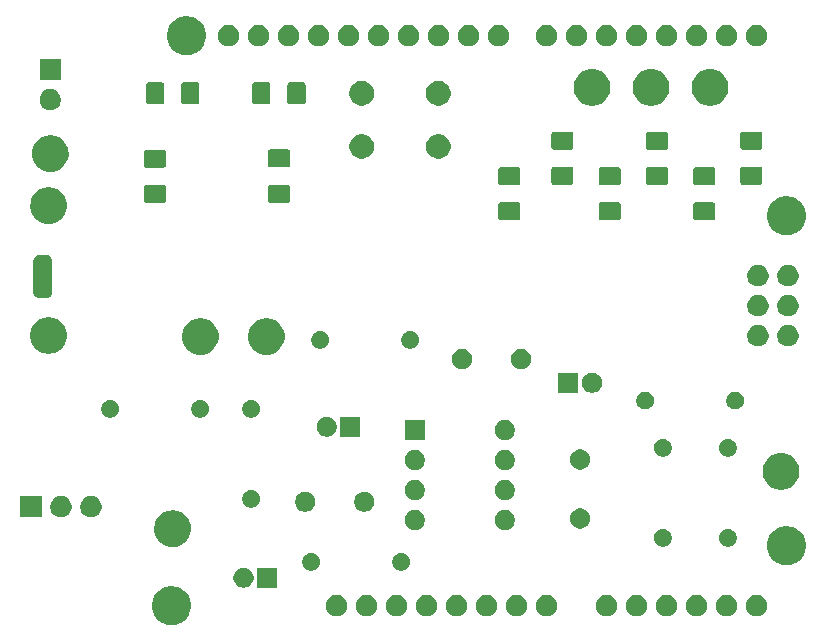
<source format=gbr>
%TF.GenerationSoftware,KiCad,Pcbnew,(5.1.5)-3*%
%TF.CreationDate,2020-05-16T12:13:26+02:00*%
%TF.ProjectId,30_PCB,33305f50-4342-42e6-9b69-6361645f7063,V1.1*%
%TF.SameCoordinates,Original*%
%TF.FileFunction,Soldermask,Top*%
%TF.FilePolarity,Negative*%
%FSLAX46Y46*%
G04 Gerber Fmt 4.6, Leading zero omitted, Abs format (unit mm)*
G04 Created by KiCad (PCBNEW (5.1.5)-3) date 2020-05-16 12:13:26*
%MOMM*%
%LPD*%
G04 APERTURE LIST*
%ADD10C,0.100000*%
G04 APERTURE END LIST*
D10*
G36*
X82770257Y-107266299D02*
G01*
X82876580Y-107287448D01*
X83177043Y-107411904D01*
X83447452Y-107592586D01*
X83677416Y-107822550D01*
X83858098Y-108092959D01*
X83858099Y-108092961D01*
X83982554Y-108393423D01*
X84046001Y-108712390D01*
X84046001Y-109037612D01*
X83982554Y-109356579D01*
X83887767Y-109585417D01*
X83858098Y-109657043D01*
X83677416Y-109927452D01*
X83447452Y-110157416D01*
X83177043Y-110338098D01*
X82876580Y-110462554D01*
X82770257Y-110483703D01*
X82557612Y-110526001D01*
X82232390Y-110526001D01*
X82019745Y-110483703D01*
X81913422Y-110462554D01*
X81612959Y-110338098D01*
X81342550Y-110157416D01*
X81112586Y-109927452D01*
X80931904Y-109657043D01*
X80902236Y-109585417D01*
X80807448Y-109356579D01*
X80744001Y-109037612D01*
X80744001Y-108712390D01*
X80807448Y-108393423D01*
X80931903Y-108092961D01*
X80931904Y-108092959D01*
X81112586Y-107822550D01*
X81342550Y-107592586D01*
X81612959Y-107411904D01*
X81913422Y-107287448D01*
X82019745Y-107266299D01*
X82232390Y-107224001D01*
X82557612Y-107224001D01*
X82770257Y-107266299D01*
G37*
G36*
X132191779Y-107995548D02*
G01*
X132358225Y-108064492D01*
X132508023Y-108164584D01*
X132635418Y-108291979D01*
X132735510Y-108441777D01*
X132804454Y-108608223D01*
X132839601Y-108784919D01*
X132839601Y-108965083D01*
X132804454Y-109141779D01*
X132735510Y-109308225D01*
X132635418Y-109458023D01*
X132508023Y-109585418D01*
X132358225Y-109685510D01*
X132191779Y-109754454D01*
X132015083Y-109789601D01*
X131834919Y-109789601D01*
X131658223Y-109754454D01*
X131491777Y-109685510D01*
X131341979Y-109585418D01*
X131214584Y-109458023D01*
X131114492Y-109308225D01*
X131045548Y-109141779D01*
X131010401Y-108965083D01*
X131010401Y-108784919D01*
X131045548Y-108608223D01*
X131114492Y-108441777D01*
X131214584Y-108291979D01*
X131341979Y-108164584D01*
X131491777Y-108064492D01*
X131658223Y-107995548D01*
X131834919Y-107960401D01*
X132015083Y-107960401D01*
X132191779Y-107995548D01*
G37*
G36*
X119491779Y-107995548D02*
G01*
X119658225Y-108064492D01*
X119808023Y-108164584D01*
X119935418Y-108291979D01*
X120035510Y-108441777D01*
X120104454Y-108608223D01*
X120139601Y-108784919D01*
X120139601Y-108965083D01*
X120104454Y-109141779D01*
X120035510Y-109308225D01*
X119935418Y-109458023D01*
X119808023Y-109585418D01*
X119658225Y-109685510D01*
X119491779Y-109754454D01*
X119315083Y-109789601D01*
X119134919Y-109789601D01*
X118958223Y-109754454D01*
X118791777Y-109685510D01*
X118641979Y-109585418D01*
X118514584Y-109458023D01*
X118414492Y-109308225D01*
X118345548Y-109141779D01*
X118310401Y-108965083D01*
X118310401Y-108784919D01*
X118345548Y-108608223D01*
X118414492Y-108441777D01*
X118514584Y-108291979D01*
X118641979Y-108164584D01*
X118791777Y-108064492D01*
X118958223Y-107995548D01*
X119134919Y-107960401D01*
X119315083Y-107960401D01*
X119491779Y-107995548D01*
G37*
G36*
X114411779Y-107995548D02*
G01*
X114578225Y-108064492D01*
X114728023Y-108164584D01*
X114855418Y-108291979D01*
X114955510Y-108441777D01*
X115024454Y-108608223D01*
X115059601Y-108784919D01*
X115059601Y-108965083D01*
X115024454Y-109141779D01*
X114955510Y-109308225D01*
X114855418Y-109458023D01*
X114728023Y-109585418D01*
X114578225Y-109685510D01*
X114411779Y-109754454D01*
X114235083Y-109789601D01*
X114054919Y-109789601D01*
X113878223Y-109754454D01*
X113711777Y-109685510D01*
X113561979Y-109585418D01*
X113434584Y-109458023D01*
X113334492Y-109308225D01*
X113265548Y-109141779D01*
X113230401Y-108965083D01*
X113230401Y-108784919D01*
X113265548Y-108608223D01*
X113334492Y-108441777D01*
X113434584Y-108291979D01*
X113561979Y-108164584D01*
X113711777Y-108064492D01*
X113878223Y-107995548D01*
X114054919Y-107960401D01*
X114235083Y-107960401D01*
X114411779Y-107995548D01*
G37*
G36*
X111871779Y-107995548D02*
G01*
X112038225Y-108064492D01*
X112188023Y-108164584D01*
X112315418Y-108291979D01*
X112415510Y-108441777D01*
X112484454Y-108608223D01*
X112519601Y-108784919D01*
X112519601Y-108965083D01*
X112484454Y-109141779D01*
X112415510Y-109308225D01*
X112315418Y-109458023D01*
X112188023Y-109585418D01*
X112038225Y-109685510D01*
X111871779Y-109754454D01*
X111695083Y-109789601D01*
X111514919Y-109789601D01*
X111338223Y-109754454D01*
X111171777Y-109685510D01*
X111021979Y-109585418D01*
X110894584Y-109458023D01*
X110794492Y-109308225D01*
X110725548Y-109141779D01*
X110690401Y-108965083D01*
X110690401Y-108784919D01*
X110725548Y-108608223D01*
X110794492Y-108441777D01*
X110894584Y-108291979D01*
X111021979Y-108164584D01*
X111171777Y-108064492D01*
X111338223Y-107995548D01*
X111514919Y-107960401D01*
X111695083Y-107960401D01*
X111871779Y-107995548D01*
G37*
G36*
X109331779Y-107995548D02*
G01*
X109498225Y-108064492D01*
X109648023Y-108164584D01*
X109775418Y-108291979D01*
X109875510Y-108441777D01*
X109944454Y-108608223D01*
X109979601Y-108784919D01*
X109979601Y-108965083D01*
X109944454Y-109141779D01*
X109875510Y-109308225D01*
X109775418Y-109458023D01*
X109648023Y-109585418D01*
X109498225Y-109685510D01*
X109331779Y-109754454D01*
X109155083Y-109789601D01*
X108974919Y-109789601D01*
X108798223Y-109754454D01*
X108631777Y-109685510D01*
X108481979Y-109585418D01*
X108354584Y-109458023D01*
X108254492Y-109308225D01*
X108185548Y-109141779D01*
X108150401Y-108965083D01*
X108150401Y-108784919D01*
X108185548Y-108608223D01*
X108254492Y-108441777D01*
X108354584Y-108291979D01*
X108481979Y-108164584D01*
X108631777Y-108064492D01*
X108798223Y-107995548D01*
X108974919Y-107960401D01*
X109155083Y-107960401D01*
X109331779Y-107995548D01*
G37*
G36*
X106791779Y-107995548D02*
G01*
X106958225Y-108064492D01*
X107108023Y-108164584D01*
X107235418Y-108291979D01*
X107335510Y-108441777D01*
X107404454Y-108608223D01*
X107439601Y-108784919D01*
X107439601Y-108965083D01*
X107404454Y-109141779D01*
X107335510Y-109308225D01*
X107235418Y-109458023D01*
X107108023Y-109585418D01*
X106958225Y-109685510D01*
X106791779Y-109754454D01*
X106615083Y-109789601D01*
X106434919Y-109789601D01*
X106258223Y-109754454D01*
X106091777Y-109685510D01*
X105941979Y-109585418D01*
X105814584Y-109458023D01*
X105714492Y-109308225D01*
X105645548Y-109141779D01*
X105610401Y-108965083D01*
X105610401Y-108784919D01*
X105645548Y-108608223D01*
X105714492Y-108441777D01*
X105814584Y-108291979D01*
X105941979Y-108164584D01*
X106091777Y-108064492D01*
X106258223Y-107995548D01*
X106434919Y-107960401D01*
X106615083Y-107960401D01*
X106791779Y-107995548D01*
G37*
G36*
X104251779Y-107995548D02*
G01*
X104418225Y-108064492D01*
X104568023Y-108164584D01*
X104695418Y-108291979D01*
X104795510Y-108441777D01*
X104864454Y-108608223D01*
X104899601Y-108784919D01*
X104899601Y-108965083D01*
X104864454Y-109141779D01*
X104795510Y-109308225D01*
X104695418Y-109458023D01*
X104568023Y-109585418D01*
X104418225Y-109685510D01*
X104251779Y-109754454D01*
X104075083Y-109789601D01*
X103894919Y-109789601D01*
X103718223Y-109754454D01*
X103551777Y-109685510D01*
X103401979Y-109585418D01*
X103274584Y-109458023D01*
X103174492Y-109308225D01*
X103105548Y-109141779D01*
X103070401Y-108965083D01*
X103070401Y-108784919D01*
X103105548Y-108608223D01*
X103174492Y-108441777D01*
X103274584Y-108291979D01*
X103401979Y-108164584D01*
X103551777Y-108064492D01*
X103718223Y-107995548D01*
X103894919Y-107960401D01*
X104075083Y-107960401D01*
X104251779Y-107995548D01*
G37*
G36*
X99171779Y-107995548D02*
G01*
X99338225Y-108064492D01*
X99488023Y-108164584D01*
X99615418Y-108291979D01*
X99715510Y-108441777D01*
X99784454Y-108608223D01*
X99819601Y-108784919D01*
X99819601Y-108965083D01*
X99784454Y-109141779D01*
X99715510Y-109308225D01*
X99615418Y-109458023D01*
X99488023Y-109585418D01*
X99338225Y-109685510D01*
X99171779Y-109754454D01*
X98995083Y-109789601D01*
X98814919Y-109789601D01*
X98638223Y-109754454D01*
X98471777Y-109685510D01*
X98321979Y-109585418D01*
X98194584Y-109458023D01*
X98094492Y-109308225D01*
X98025548Y-109141779D01*
X97990401Y-108965083D01*
X97990401Y-108784919D01*
X98025548Y-108608223D01*
X98094492Y-108441777D01*
X98194584Y-108291979D01*
X98321979Y-108164584D01*
X98471777Y-108064492D01*
X98638223Y-107995548D01*
X98814919Y-107960401D01*
X98995083Y-107960401D01*
X99171779Y-107995548D01*
G37*
G36*
X101711779Y-107995548D02*
G01*
X101878225Y-108064492D01*
X102028023Y-108164584D01*
X102155418Y-108291979D01*
X102255510Y-108441777D01*
X102324454Y-108608223D01*
X102359601Y-108784919D01*
X102359601Y-108965083D01*
X102324454Y-109141779D01*
X102255510Y-109308225D01*
X102155418Y-109458023D01*
X102028023Y-109585418D01*
X101878225Y-109685510D01*
X101711779Y-109754454D01*
X101535083Y-109789601D01*
X101354919Y-109789601D01*
X101178223Y-109754454D01*
X101011777Y-109685510D01*
X100861979Y-109585418D01*
X100734584Y-109458023D01*
X100634492Y-109308225D01*
X100565548Y-109141779D01*
X100530401Y-108965083D01*
X100530401Y-108784919D01*
X100565548Y-108608223D01*
X100634492Y-108441777D01*
X100734584Y-108291979D01*
X100861979Y-108164584D01*
X101011777Y-108064492D01*
X101178223Y-107995548D01*
X101354919Y-107960401D01*
X101535083Y-107960401D01*
X101711779Y-107995548D01*
G37*
G36*
X129651779Y-107995548D02*
G01*
X129818225Y-108064492D01*
X129968023Y-108164584D01*
X130095418Y-108291979D01*
X130195510Y-108441777D01*
X130264454Y-108608223D01*
X130299601Y-108784919D01*
X130299601Y-108965083D01*
X130264454Y-109141779D01*
X130195510Y-109308225D01*
X130095418Y-109458023D01*
X129968023Y-109585418D01*
X129818225Y-109685510D01*
X129651779Y-109754454D01*
X129475083Y-109789601D01*
X129294919Y-109789601D01*
X129118223Y-109754454D01*
X128951777Y-109685510D01*
X128801979Y-109585418D01*
X128674584Y-109458023D01*
X128574492Y-109308225D01*
X128505548Y-109141779D01*
X128470401Y-108965083D01*
X128470401Y-108784919D01*
X128505548Y-108608223D01*
X128574492Y-108441777D01*
X128674584Y-108291979D01*
X128801979Y-108164584D01*
X128951777Y-108064492D01*
X129118223Y-107995548D01*
X129294919Y-107960401D01*
X129475083Y-107960401D01*
X129651779Y-107995548D01*
G37*
G36*
X127111779Y-107995548D02*
G01*
X127278225Y-108064492D01*
X127428023Y-108164584D01*
X127555418Y-108291979D01*
X127655510Y-108441777D01*
X127724454Y-108608223D01*
X127759601Y-108784919D01*
X127759601Y-108965083D01*
X127724454Y-109141779D01*
X127655510Y-109308225D01*
X127555418Y-109458023D01*
X127428023Y-109585418D01*
X127278225Y-109685510D01*
X127111779Y-109754454D01*
X126935083Y-109789601D01*
X126754919Y-109789601D01*
X126578223Y-109754454D01*
X126411777Y-109685510D01*
X126261979Y-109585418D01*
X126134584Y-109458023D01*
X126034492Y-109308225D01*
X125965548Y-109141779D01*
X125930401Y-108965083D01*
X125930401Y-108784919D01*
X125965548Y-108608223D01*
X126034492Y-108441777D01*
X126134584Y-108291979D01*
X126261979Y-108164584D01*
X126411777Y-108064492D01*
X126578223Y-107995548D01*
X126754919Y-107960401D01*
X126935083Y-107960401D01*
X127111779Y-107995548D01*
G37*
G36*
X122031779Y-107995548D02*
G01*
X122198225Y-108064492D01*
X122348023Y-108164584D01*
X122475418Y-108291979D01*
X122575510Y-108441777D01*
X122644454Y-108608223D01*
X122679601Y-108784919D01*
X122679601Y-108965083D01*
X122644454Y-109141779D01*
X122575510Y-109308225D01*
X122475418Y-109458023D01*
X122348023Y-109585418D01*
X122198225Y-109685510D01*
X122031779Y-109754454D01*
X121855083Y-109789601D01*
X121674919Y-109789601D01*
X121498223Y-109754454D01*
X121331777Y-109685510D01*
X121181979Y-109585418D01*
X121054584Y-109458023D01*
X120954492Y-109308225D01*
X120885548Y-109141779D01*
X120850401Y-108965083D01*
X120850401Y-108784919D01*
X120885548Y-108608223D01*
X120954492Y-108441777D01*
X121054584Y-108291979D01*
X121181979Y-108164584D01*
X121331777Y-108064492D01*
X121498223Y-107995548D01*
X121674919Y-107960401D01*
X121855083Y-107960401D01*
X122031779Y-107995548D01*
G37*
G36*
X96631779Y-107995548D02*
G01*
X96798225Y-108064492D01*
X96948023Y-108164584D01*
X97075418Y-108291979D01*
X97175510Y-108441777D01*
X97244454Y-108608223D01*
X97279601Y-108784919D01*
X97279601Y-108965083D01*
X97244454Y-109141779D01*
X97175510Y-109308225D01*
X97075418Y-109458023D01*
X96948023Y-109585418D01*
X96798225Y-109685510D01*
X96631779Y-109754454D01*
X96455083Y-109789601D01*
X96274919Y-109789601D01*
X96098223Y-109754454D01*
X95931777Y-109685510D01*
X95781979Y-109585418D01*
X95654584Y-109458023D01*
X95554492Y-109308225D01*
X95485548Y-109141779D01*
X95450401Y-108965083D01*
X95450401Y-108784919D01*
X95485548Y-108608223D01*
X95554492Y-108441777D01*
X95654584Y-108291979D01*
X95781979Y-108164584D01*
X95931777Y-108064492D01*
X96098223Y-107995548D01*
X96274919Y-107960401D01*
X96455083Y-107960401D01*
X96631779Y-107995548D01*
G37*
G36*
X124571779Y-107995548D02*
G01*
X124738225Y-108064492D01*
X124888023Y-108164584D01*
X125015418Y-108291979D01*
X125115510Y-108441777D01*
X125184454Y-108608223D01*
X125219601Y-108784919D01*
X125219601Y-108965083D01*
X125184454Y-109141779D01*
X125115510Y-109308225D01*
X125015418Y-109458023D01*
X124888023Y-109585418D01*
X124738225Y-109685510D01*
X124571779Y-109754454D01*
X124395083Y-109789601D01*
X124214919Y-109789601D01*
X124038223Y-109754454D01*
X123871777Y-109685510D01*
X123721979Y-109585418D01*
X123594584Y-109458023D01*
X123494492Y-109308225D01*
X123425548Y-109141779D01*
X123390401Y-108965083D01*
X123390401Y-108784919D01*
X123425548Y-108608223D01*
X123494492Y-108441777D01*
X123594584Y-108291979D01*
X123721979Y-108164584D01*
X123871777Y-108064492D01*
X124038223Y-107995548D01*
X124214919Y-107960401D01*
X124395083Y-107960401D01*
X124571779Y-107995548D01*
G37*
G36*
X88748228Y-105681703D02*
G01*
X88903100Y-105745853D01*
X89042481Y-105838985D01*
X89161015Y-105957519D01*
X89254147Y-106096900D01*
X89318297Y-106251772D01*
X89351000Y-106416184D01*
X89351000Y-106583816D01*
X89318297Y-106748228D01*
X89254147Y-106903100D01*
X89161015Y-107042481D01*
X89042481Y-107161015D01*
X88903100Y-107254147D01*
X88748228Y-107318297D01*
X88583816Y-107351000D01*
X88416184Y-107351000D01*
X88251772Y-107318297D01*
X88096900Y-107254147D01*
X87957519Y-107161015D01*
X87838985Y-107042481D01*
X87745853Y-106903100D01*
X87681703Y-106748228D01*
X87649000Y-106583816D01*
X87649000Y-106416184D01*
X87681703Y-106251772D01*
X87745853Y-106096900D01*
X87838985Y-105957519D01*
X87957519Y-105838985D01*
X88096900Y-105745853D01*
X88251772Y-105681703D01*
X88416184Y-105649000D01*
X88583816Y-105649000D01*
X88748228Y-105681703D01*
G37*
G36*
X91351000Y-107351000D02*
G01*
X89649000Y-107351000D01*
X89649000Y-105649000D01*
X91351000Y-105649000D01*
X91351000Y-107351000D01*
G37*
G36*
X102073059Y-104433860D02*
G01*
X102209732Y-104490472D01*
X102332735Y-104572660D01*
X102437340Y-104677265D01*
X102437341Y-104677267D01*
X102519529Y-104800270D01*
X102539072Y-104847452D01*
X102576140Y-104936941D01*
X102605000Y-105082033D01*
X102605000Y-105229967D01*
X102576140Y-105375059D01*
X102519528Y-105511732D01*
X102437340Y-105634735D01*
X102332735Y-105739340D01*
X102209732Y-105821528D01*
X102209731Y-105821529D01*
X102209730Y-105821529D01*
X102073059Y-105878140D01*
X101927968Y-105907000D01*
X101780032Y-105907000D01*
X101634941Y-105878140D01*
X101498270Y-105821529D01*
X101498269Y-105821529D01*
X101498268Y-105821528D01*
X101375265Y-105739340D01*
X101270660Y-105634735D01*
X101188472Y-105511732D01*
X101131860Y-105375059D01*
X101103000Y-105229967D01*
X101103000Y-105082033D01*
X101131860Y-104936941D01*
X101168928Y-104847452D01*
X101188471Y-104800270D01*
X101270659Y-104677267D01*
X101270660Y-104677265D01*
X101375265Y-104572660D01*
X101498268Y-104490472D01*
X101634941Y-104433860D01*
X101780032Y-104405000D01*
X101927968Y-104405000D01*
X102073059Y-104433860D01*
G37*
G36*
X94453059Y-104433860D02*
G01*
X94589732Y-104490472D01*
X94712735Y-104572660D01*
X94817340Y-104677265D01*
X94817341Y-104677267D01*
X94899529Y-104800270D01*
X94919072Y-104847452D01*
X94956140Y-104936941D01*
X94985000Y-105082033D01*
X94985000Y-105229967D01*
X94956140Y-105375059D01*
X94899528Y-105511732D01*
X94817340Y-105634735D01*
X94712735Y-105739340D01*
X94589732Y-105821528D01*
X94589731Y-105821529D01*
X94589730Y-105821529D01*
X94453059Y-105878140D01*
X94307968Y-105907000D01*
X94160032Y-105907000D01*
X94014941Y-105878140D01*
X93878270Y-105821529D01*
X93878269Y-105821529D01*
X93878268Y-105821528D01*
X93755265Y-105739340D01*
X93650660Y-105634735D01*
X93568472Y-105511732D01*
X93511860Y-105375059D01*
X93483000Y-105229967D01*
X93483000Y-105082033D01*
X93511860Y-104936941D01*
X93548928Y-104847452D01*
X93568471Y-104800270D01*
X93650659Y-104677267D01*
X93650660Y-104677265D01*
X93755265Y-104572660D01*
X93878268Y-104490472D01*
X94014941Y-104433860D01*
X94160032Y-104405000D01*
X94307968Y-104405000D01*
X94453059Y-104433860D01*
G37*
G36*
X134840257Y-102186299D02*
G01*
X134946580Y-102207448D01*
X135247043Y-102331904D01*
X135517452Y-102512586D01*
X135747416Y-102742550D01*
X135928098Y-103012959D01*
X136052554Y-103313422D01*
X136058449Y-103343059D01*
X136110102Y-103602733D01*
X136116001Y-103632392D01*
X136116001Y-103957610D01*
X136052554Y-104276580D01*
X135928098Y-104577043D01*
X135747416Y-104847452D01*
X135517452Y-105077416D01*
X135247043Y-105258098D01*
X134946580Y-105382554D01*
X134840257Y-105403703D01*
X134627612Y-105446001D01*
X134302390Y-105446001D01*
X134089745Y-105403703D01*
X133983422Y-105382554D01*
X133682959Y-105258098D01*
X133412550Y-105077416D01*
X133182586Y-104847452D01*
X133001904Y-104577043D01*
X132877448Y-104276580D01*
X132814001Y-103957610D01*
X132814001Y-103632392D01*
X132819901Y-103602733D01*
X132871553Y-103343059D01*
X132877448Y-103313422D01*
X133001904Y-103012959D01*
X133182586Y-102742550D01*
X133412550Y-102512586D01*
X133682959Y-102331904D01*
X133983422Y-102207448D01*
X134089745Y-102186299D01*
X134302390Y-102144001D01*
X134627612Y-102144001D01*
X134840257Y-102186299D01*
G37*
G36*
X82749019Y-100830147D02*
G01*
X82952410Y-100870604D01*
X83234674Y-100987521D01*
X83488705Y-101157259D01*
X83704741Y-101373295D01*
X83874479Y-101627326D01*
X83991396Y-101909590D01*
X84017829Y-102042480D01*
X84051000Y-102209239D01*
X84051000Y-102514761D01*
X84045848Y-102540660D01*
X83991396Y-102814410D01*
X83874479Y-103096674D01*
X83704741Y-103350705D01*
X83488705Y-103566741D01*
X83234674Y-103736479D01*
X82952410Y-103853396D01*
X82843799Y-103875000D01*
X82652761Y-103913000D01*
X82347239Y-103913000D01*
X82156201Y-103875000D01*
X82047590Y-103853396D01*
X81765326Y-103736479D01*
X81511295Y-103566741D01*
X81295259Y-103350705D01*
X81125521Y-103096674D01*
X81008604Y-102814410D01*
X80954152Y-102540660D01*
X80949000Y-102514761D01*
X80949000Y-102209239D01*
X80982171Y-102042480D01*
X81008604Y-101909590D01*
X81125521Y-101627326D01*
X81295259Y-101373295D01*
X81511295Y-101157259D01*
X81765326Y-100987521D01*
X82047590Y-100870604D01*
X82250981Y-100830147D01*
X82347239Y-100811000D01*
X82652761Y-100811000D01*
X82749019Y-100830147D01*
G37*
G36*
X129719059Y-102401860D02*
G01*
X129846076Y-102454472D01*
X129855732Y-102458472D01*
X129978735Y-102540660D01*
X130083340Y-102645265D01*
X130165528Y-102768268D01*
X130165529Y-102768270D01*
X130222140Y-102904941D01*
X130250205Y-103046033D01*
X130251000Y-103050033D01*
X130251000Y-103197967D01*
X130222140Y-103343059D01*
X130165528Y-103479732D01*
X130083340Y-103602735D01*
X129978735Y-103707340D01*
X129855732Y-103789528D01*
X129855731Y-103789529D01*
X129855730Y-103789529D01*
X129719059Y-103846140D01*
X129573968Y-103875000D01*
X129426032Y-103875000D01*
X129280941Y-103846140D01*
X129144270Y-103789529D01*
X129144269Y-103789529D01*
X129144268Y-103789528D01*
X129021265Y-103707340D01*
X128916660Y-103602735D01*
X128834472Y-103479732D01*
X128777860Y-103343059D01*
X128749000Y-103197967D01*
X128749000Y-103050033D01*
X128749796Y-103046033D01*
X128777860Y-102904941D01*
X128834471Y-102768270D01*
X128834472Y-102768268D01*
X128916660Y-102645265D01*
X129021265Y-102540660D01*
X129144268Y-102458472D01*
X129153925Y-102454472D01*
X129280941Y-102401860D01*
X129426032Y-102373000D01*
X129573968Y-102373000D01*
X129719059Y-102401860D01*
G37*
G36*
X124219059Y-102397860D02*
G01*
X124316683Y-102438297D01*
X124355732Y-102454472D01*
X124478735Y-102536660D01*
X124583340Y-102641265D01*
X124665528Y-102764268D01*
X124665529Y-102764270D01*
X124722140Y-102900941D01*
X124751000Y-103046032D01*
X124751000Y-103193968D01*
X124750204Y-103197968D01*
X124722140Y-103339059D01*
X124665528Y-103475732D01*
X124583340Y-103598735D01*
X124478735Y-103703340D01*
X124355732Y-103785528D01*
X124355731Y-103785529D01*
X124355730Y-103785529D01*
X124219059Y-103842140D01*
X124073968Y-103871000D01*
X123926032Y-103871000D01*
X123780941Y-103842140D01*
X123644270Y-103785529D01*
X123644269Y-103785529D01*
X123644268Y-103785528D01*
X123521265Y-103703340D01*
X123416660Y-103598735D01*
X123334472Y-103475732D01*
X123277860Y-103339059D01*
X123249796Y-103197968D01*
X123249000Y-103193968D01*
X123249000Y-103046032D01*
X123277860Y-102900941D01*
X123334471Y-102764270D01*
X123334472Y-102764268D01*
X123416660Y-102641265D01*
X123521265Y-102536660D01*
X123644268Y-102454472D01*
X123683318Y-102438297D01*
X123780941Y-102397860D01*
X123926032Y-102369000D01*
X124073968Y-102369000D01*
X124219059Y-102397860D01*
G37*
G36*
X110868228Y-100801703D02*
G01*
X111023100Y-100865853D01*
X111162481Y-100958985D01*
X111281015Y-101077519D01*
X111374147Y-101216900D01*
X111438297Y-101371772D01*
X111471000Y-101536184D01*
X111471000Y-101703816D01*
X111438297Y-101868228D01*
X111374147Y-102023100D01*
X111281015Y-102162481D01*
X111162481Y-102281015D01*
X111023100Y-102374147D01*
X110868228Y-102438297D01*
X110703816Y-102471000D01*
X110536184Y-102471000D01*
X110371772Y-102438297D01*
X110216900Y-102374147D01*
X110077519Y-102281015D01*
X109958985Y-102162481D01*
X109865853Y-102023100D01*
X109801703Y-101868228D01*
X109769000Y-101703816D01*
X109769000Y-101536184D01*
X109801703Y-101371772D01*
X109865853Y-101216900D01*
X109958985Y-101077519D01*
X110077519Y-100958985D01*
X110216900Y-100865853D01*
X110371772Y-100801703D01*
X110536184Y-100769000D01*
X110703816Y-100769000D01*
X110868228Y-100801703D01*
G37*
G36*
X103248228Y-100801703D02*
G01*
X103403100Y-100865853D01*
X103542481Y-100958985D01*
X103661015Y-101077519D01*
X103754147Y-101216900D01*
X103818297Y-101371772D01*
X103851000Y-101536184D01*
X103851000Y-101703816D01*
X103818297Y-101868228D01*
X103754147Y-102023100D01*
X103661015Y-102162481D01*
X103542481Y-102281015D01*
X103403100Y-102374147D01*
X103248228Y-102438297D01*
X103083816Y-102471000D01*
X102916184Y-102471000D01*
X102751772Y-102438297D01*
X102596900Y-102374147D01*
X102457519Y-102281015D01*
X102338985Y-102162481D01*
X102245853Y-102023100D01*
X102181703Y-101868228D01*
X102149000Y-101703816D01*
X102149000Y-101536184D01*
X102181703Y-101371772D01*
X102245853Y-101216900D01*
X102338985Y-101077519D01*
X102457519Y-100958985D01*
X102596900Y-100865853D01*
X102751772Y-100801703D01*
X102916184Y-100769000D01*
X103083816Y-100769000D01*
X103248228Y-100801703D01*
G37*
G36*
X117248228Y-100681703D02*
G01*
X117403100Y-100745853D01*
X117542481Y-100838985D01*
X117661015Y-100957519D01*
X117754147Y-101096900D01*
X117818297Y-101251772D01*
X117851000Y-101416184D01*
X117851000Y-101583816D01*
X117818297Y-101748228D01*
X117754147Y-101903100D01*
X117661015Y-102042481D01*
X117542481Y-102161015D01*
X117403100Y-102254147D01*
X117248228Y-102318297D01*
X117083816Y-102351000D01*
X116916184Y-102351000D01*
X116751772Y-102318297D01*
X116596900Y-102254147D01*
X116457519Y-102161015D01*
X116338985Y-102042481D01*
X116245853Y-101903100D01*
X116181703Y-101748228D01*
X116149000Y-101583816D01*
X116149000Y-101416184D01*
X116181703Y-101251772D01*
X116245853Y-101096900D01*
X116338985Y-100957519D01*
X116457519Y-100838985D01*
X116596900Y-100745853D01*
X116751772Y-100681703D01*
X116916184Y-100649000D01*
X117083816Y-100649000D01*
X117248228Y-100681703D01*
G37*
G36*
X71401000Y-101401000D02*
G01*
X69599000Y-101401000D01*
X69599000Y-99599000D01*
X71401000Y-99599000D01*
X71401000Y-101401000D01*
G37*
G36*
X75688554Y-99602941D02*
G01*
X75842812Y-99633624D01*
X76006784Y-99701544D01*
X76154354Y-99800147D01*
X76279853Y-99925646D01*
X76378456Y-100073216D01*
X76446376Y-100237188D01*
X76481000Y-100411259D01*
X76481000Y-100588741D01*
X76446376Y-100762812D01*
X76378456Y-100926784D01*
X76279853Y-101074354D01*
X76154354Y-101199853D01*
X76006784Y-101298456D01*
X75842812Y-101366376D01*
X75693512Y-101396073D01*
X75668742Y-101401000D01*
X75491258Y-101401000D01*
X75466488Y-101396073D01*
X75317188Y-101366376D01*
X75153216Y-101298456D01*
X75005646Y-101199853D01*
X74880147Y-101074354D01*
X74781544Y-100926784D01*
X74713624Y-100762812D01*
X74679000Y-100588741D01*
X74679000Y-100411259D01*
X74713624Y-100237188D01*
X74781544Y-100073216D01*
X74880147Y-99925646D01*
X75005646Y-99800147D01*
X75153216Y-99701544D01*
X75317188Y-99633624D01*
X75471446Y-99602941D01*
X75491258Y-99599000D01*
X75668742Y-99599000D01*
X75688554Y-99602941D01*
G37*
G36*
X73148554Y-99602941D02*
G01*
X73302812Y-99633624D01*
X73466784Y-99701544D01*
X73614354Y-99800147D01*
X73739853Y-99925646D01*
X73838456Y-100073216D01*
X73906376Y-100237188D01*
X73941000Y-100411259D01*
X73941000Y-100588741D01*
X73906376Y-100762812D01*
X73838456Y-100926784D01*
X73739853Y-101074354D01*
X73614354Y-101199853D01*
X73466784Y-101298456D01*
X73302812Y-101366376D01*
X73153512Y-101396073D01*
X73128742Y-101401000D01*
X72951258Y-101401000D01*
X72926488Y-101396073D01*
X72777188Y-101366376D01*
X72613216Y-101298456D01*
X72465646Y-101199853D01*
X72340147Y-101074354D01*
X72241544Y-100926784D01*
X72173624Y-100762812D01*
X72139000Y-100588741D01*
X72139000Y-100411259D01*
X72173624Y-100237188D01*
X72241544Y-100073216D01*
X72340147Y-99925646D01*
X72465646Y-99800147D01*
X72613216Y-99701544D01*
X72777188Y-99633624D01*
X72931446Y-99602941D01*
X72951258Y-99599000D01*
X73128742Y-99599000D01*
X73148554Y-99602941D01*
G37*
G36*
X98974228Y-99257703D02*
G01*
X99129100Y-99321853D01*
X99268481Y-99414985D01*
X99387015Y-99533519D01*
X99480147Y-99672900D01*
X99544297Y-99827772D01*
X99577000Y-99992184D01*
X99577000Y-100159816D01*
X99544297Y-100324228D01*
X99480147Y-100479100D01*
X99387015Y-100618481D01*
X99268481Y-100737015D01*
X99129100Y-100830147D01*
X98974228Y-100894297D01*
X98809816Y-100927000D01*
X98642184Y-100927000D01*
X98477772Y-100894297D01*
X98322900Y-100830147D01*
X98183519Y-100737015D01*
X98064985Y-100618481D01*
X97971853Y-100479100D01*
X97907703Y-100324228D01*
X97875000Y-100159816D01*
X97875000Y-99992184D01*
X97907703Y-99827772D01*
X97971853Y-99672900D01*
X98064985Y-99533519D01*
X98183519Y-99414985D01*
X98322900Y-99321853D01*
X98477772Y-99257703D01*
X98642184Y-99225000D01*
X98809816Y-99225000D01*
X98974228Y-99257703D01*
G37*
G36*
X93974228Y-99257703D02*
G01*
X94129100Y-99321853D01*
X94268481Y-99414985D01*
X94387015Y-99533519D01*
X94480147Y-99672900D01*
X94544297Y-99827772D01*
X94577000Y-99992184D01*
X94577000Y-100159816D01*
X94544297Y-100324228D01*
X94480147Y-100479100D01*
X94387015Y-100618481D01*
X94268481Y-100737015D01*
X94129100Y-100830147D01*
X93974228Y-100894297D01*
X93809816Y-100927000D01*
X93642184Y-100927000D01*
X93477772Y-100894297D01*
X93322900Y-100830147D01*
X93183519Y-100737015D01*
X93064985Y-100618481D01*
X92971853Y-100479100D01*
X92907703Y-100324228D01*
X92875000Y-100159816D01*
X92875000Y-99992184D01*
X92907703Y-99827772D01*
X92971853Y-99672900D01*
X93064985Y-99533519D01*
X93183519Y-99414985D01*
X93322900Y-99321853D01*
X93477772Y-99257703D01*
X93642184Y-99225000D01*
X93809816Y-99225000D01*
X93974228Y-99257703D01*
G37*
G36*
X89373059Y-99099860D02*
G01*
X89509732Y-99156472D01*
X89632735Y-99238660D01*
X89737340Y-99343265D01*
X89819528Y-99466268D01*
X89819529Y-99466270D01*
X89876140Y-99602941D01*
X89905000Y-99748032D01*
X89905000Y-99895968D01*
X89876140Y-100041059D01*
X89826950Y-100159815D01*
X89819528Y-100177732D01*
X89737340Y-100300735D01*
X89632735Y-100405340D01*
X89509732Y-100487528D01*
X89509731Y-100487529D01*
X89509730Y-100487529D01*
X89373059Y-100544140D01*
X89227968Y-100573000D01*
X89080032Y-100573000D01*
X88934941Y-100544140D01*
X88798270Y-100487529D01*
X88798269Y-100487529D01*
X88798268Y-100487528D01*
X88675265Y-100405340D01*
X88570660Y-100300735D01*
X88488472Y-100177732D01*
X88481051Y-100159815D01*
X88431860Y-100041059D01*
X88403000Y-99895968D01*
X88403000Y-99748032D01*
X88431860Y-99602941D01*
X88488471Y-99466270D01*
X88488472Y-99466268D01*
X88570660Y-99343265D01*
X88675265Y-99238660D01*
X88798268Y-99156472D01*
X88934941Y-99099860D01*
X89080032Y-99071000D01*
X89227968Y-99071000D01*
X89373059Y-99099860D01*
G37*
G36*
X103248228Y-98261703D02*
G01*
X103403100Y-98325853D01*
X103542481Y-98418985D01*
X103661015Y-98537519D01*
X103754147Y-98676900D01*
X103818297Y-98831772D01*
X103851000Y-98996184D01*
X103851000Y-99163816D01*
X103818297Y-99328228D01*
X103754147Y-99483100D01*
X103661015Y-99622481D01*
X103542481Y-99741015D01*
X103403100Y-99834147D01*
X103248228Y-99898297D01*
X103083816Y-99931000D01*
X102916184Y-99931000D01*
X102751772Y-99898297D01*
X102596900Y-99834147D01*
X102457519Y-99741015D01*
X102338985Y-99622481D01*
X102245853Y-99483100D01*
X102181703Y-99328228D01*
X102149000Y-99163816D01*
X102149000Y-98996184D01*
X102181703Y-98831772D01*
X102245853Y-98676900D01*
X102338985Y-98537519D01*
X102457519Y-98418985D01*
X102596900Y-98325853D01*
X102751772Y-98261703D01*
X102916184Y-98229000D01*
X103083816Y-98229000D01*
X103248228Y-98261703D01*
G37*
G36*
X110868228Y-98261703D02*
G01*
X111023100Y-98325853D01*
X111162481Y-98418985D01*
X111281015Y-98537519D01*
X111374147Y-98676900D01*
X111438297Y-98831772D01*
X111471000Y-98996184D01*
X111471000Y-99163816D01*
X111438297Y-99328228D01*
X111374147Y-99483100D01*
X111281015Y-99622481D01*
X111162481Y-99741015D01*
X111023100Y-99834147D01*
X110868228Y-99898297D01*
X110703816Y-99931000D01*
X110536184Y-99931000D01*
X110371772Y-99898297D01*
X110216900Y-99834147D01*
X110077519Y-99741015D01*
X109958985Y-99622481D01*
X109865853Y-99483100D01*
X109801703Y-99328228D01*
X109769000Y-99163816D01*
X109769000Y-98996184D01*
X109801703Y-98831772D01*
X109865853Y-98676900D01*
X109958985Y-98537519D01*
X110077519Y-98418985D01*
X110216900Y-98325853D01*
X110371772Y-98261703D01*
X110536184Y-98229000D01*
X110703816Y-98229000D01*
X110868228Y-98261703D01*
G37*
G36*
X134302238Y-95978733D02*
G01*
X134452410Y-96008604D01*
X134734674Y-96125521D01*
X134988705Y-96295259D01*
X135204741Y-96511295D01*
X135374479Y-96765326D01*
X135491396Y-97047590D01*
X135491396Y-97047591D01*
X135545243Y-97318295D01*
X135551000Y-97347240D01*
X135551000Y-97652760D01*
X135491396Y-97952410D01*
X135374479Y-98234674D01*
X135204741Y-98488705D01*
X134988705Y-98704741D01*
X134734674Y-98874479D01*
X134452410Y-98991396D01*
X134302585Y-99021198D01*
X134152761Y-99051000D01*
X133847239Y-99051000D01*
X133697415Y-99021198D01*
X133547590Y-98991396D01*
X133265326Y-98874479D01*
X133011295Y-98704741D01*
X132795259Y-98488705D01*
X132625521Y-98234674D01*
X132508604Y-97952410D01*
X132449000Y-97652760D01*
X132449000Y-97347240D01*
X132454758Y-97318295D01*
X132508604Y-97047591D01*
X132508604Y-97047590D01*
X132625521Y-96765326D01*
X132795259Y-96511295D01*
X133011295Y-96295259D01*
X133265326Y-96125521D01*
X133547590Y-96008604D01*
X133697762Y-95978733D01*
X133847239Y-95949000D01*
X134152761Y-95949000D01*
X134302238Y-95978733D01*
G37*
G36*
X103248228Y-95721703D02*
G01*
X103403100Y-95785853D01*
X103542481Y-95878985D01*
X103661015Y-95997519D01*
X103754147Y-96136900D01*
X103818297Y-96291772D01*
X103851000Y-96456184D01*
X103851000Y-96623816D01*
X103818297Y-96788228D01*
X103754147Y-96943100D01*
X103661015Y-97082481D01*
X103542481Y-97201015D01*
X103403100Y-97294147D01*
X103248228Y-97358297D01*
X103083816Y-97391000D01*
X102916184Y-97391000D01*
X102751772Y-97358297D01*
X102596900Y-97294147D01*
X102457519Y-97201015D01*
X102338985Y-97082481D01*
X102245853Y-96943100D01*
X102181703Y-96788228D01*
X102149000Y-96623816D01*
X102149000Y-96456184D01*
X102181703Y-96291772D01*
X102245853Y-96136900D01*
X102338985Y-95997519D01*
X102457519Y-95878985D01*
X102596900Y-95785853D01*
X102751772Y-95721703D01*
X102916184Y-95689000D01*
X103083816Y-95689000D01*
X103248228Y-95721703D01*
G37*
G36*
X110868228Y-95721703D02*
G01*
X111023100Y-95785853D01*
X111162481Y-95878985D01*
X111281015Y-95997519D01*
X111374147Y-96136900D01*
X111438297Y-96291772D01*
X111471000Y-96456184D01*
X111471000Y-96623816D01*
X111438297Y-96788228D01*
X111374147Y-96943100D01*
X111281015Y-97082481D01*
X111162481Y-97201015D01*
X111023100Y-97294147D01*
X110868228Y-97358297D01*
X110703816Y-97391000D01*
X110536184Y-97391000D01*
X110371772Y-97358297D01*
X110216900Y-97294147D01*
X110077519Y-97201015D01*
X109958985Y-97082481D01*
X109865853Y-96943100D01*
X109801703Y-96788228D01*
X109769000Y-96623816D01*
X109769000Y-96456184D01*
X109801703Y-96291772D01*
X109865853Y-96136900D01*
X109958985Y-95997519D01*
X110077519Y-95878985D01*
X110216900Y-95785853D01*
X110371772Y-95721703D01*
X110536184Y-95689000D01*
X110703816Y-95689000D01*
X110868228Y-95721703D01*
G37*
G36*
X117248228Y-95681703D02*
G01*
X117403100Y-95745853D01*
X117542481Y-95838985D01*
X117661015Y-95957519D01*
X117754147Y-96096900D01*
X117818297Y-96251772D01*
X117851000Y-96416184D01*
X117851000Y-96583816D01*
X117818297Y-96748228D01*
X117754147Y-96903100D01*
X117661015Y-97042481D01*
X117542481Y-97161015D01*
X117403100Y-97254147D01*
X117248228Y-97318297D01*
X117083816Y-97351000D01*
X116916184Y-97351000D01*
X116751772Y-97318297D01*
X116596900Y-97254147D01*
X116457519Y-97161015D01*
X116338985Y-97042481D01*
X116245853Y-96903100D01*
X116181703Y-96748228D01*
X116149000Y-96583816D01*
X116149000Y-96416184D01*
X116181703Y-96251772D01*
X116245853Y-96096900D01*
X116338985Y-95957519D01*
X116457519Y-95838985D01*
X116596900Y-95745853D01*
X116751772Y-95681703D01*
X116916184Y-95649000D01*
X117083816Y-95649000D01*
X117248228Y-95681703D01*
G37*
G36*
X129719059Y-94781860D02*
G01*
X129846076Y-94834472D01*
X129855732Y-94838472D01*
X129978735Y-94920660D01*
X130083340Y-95025265D01*
X130165528Y-95148268D01*
X130165529Y-95148270D01*
X130222140Y-95284941D01*
X130250205Y-95426033D01*
X130251000Y-95430033D01*
X130251000Y-95577967D01*
X130222140Y-95723059D01*
X130165528Y-95859732D01*
X130083340Y-95982735D01*
X129978735Y-96087340D01*
X129855732Y-96169528D01*
X129855731Y-96169529D01*
X129855730Y-96169529D01*
X129719059Y-96226140D01*
X129573968Y-96255000D01*
X129426032Y-96255000D01*
X129280941Y-96226140D01*
X129144270Y-96169529D01*
X129144269Y-96169529D01*
X129144268Y-96169528D01*
X129021265Y-96087340D01*
X128916660Y-95982735D01*
X128834472Y-95859732D01*
X128777860Y-95723059D01*
X128749000Y-95577967D01*
X128749000Y-95430033D01*
X128749796Y-95426033D01*
X128777860Y-95284941D01*
X128834471Y-95148270D01*
X128834472Y-95148268D01*
X128916660Y-95025265D01*
X129021265Y-94920660D01*
X129144268Y-94838472D01*
X129153925Y-94834472D01*
X129280941Y-94781860D01*
X129426032Y-94753000D01*
X129573968Y-94753000D01*
X129719059Y-94781860D01*
G37*
G36*
X124219059Y-94777860D02*
G01*
X124316683Y-94818297D01*
X124355732Y-94834472D01*
X124478735Y-94916660D01*
X124583340Y-95021265D01*
X124586014Y-95025267D01*
X124665529Y-95144270D01*
X124722140Y-95280941D01*
X124751000Y-95426032D01*
X124751000Y-95573968D01*
X124750204Y-95577968D01*
X124722140Y-95719059D01*
X124665528Y-95855732D01*
X124583340Y-95978735D01*
X124478735Y-96083340D01*
X124355732Y-96165528D01*
X124355731Y-96165529D01*
X124355730Y-96165529D01*
X124219059Y-96222140D01*
X124073968Y-96251000D01*
X123926032Y-96251000D01*
X123780941Y-96222140D01*
X123644270Y-96165529D01*
X123644269Y-96165529D01*
X123644268Y-96165528D01*
X123521265Y-96083340D01*
X123416660Y-95978735D01*
X123334472Y-95855732D01*
X123277860Y-95719059D01*
X123249796Y-95577968D01*
X123249000Y-95573968D01*
X123249000Y-95426032D01*
X123277860Y-95280941D01*
X123334471Y-95144270D01*
X123413986Y-95025267D01*
X123416660Y-95021265D01*
X123521265Y-94916660D01*
X123644268Y-94834472D01*
X123683318Y-94818297D01*
X123780941Y-94777860D01*
X123926032Y-94749000D01*
X124073968Y-94749000D01*
X124219059Y-94777860D01*
G37*
G36*
X110868228Y-93181703D02*
G01*
X111023100Y-93245853D01*
X111162481Y-93338985D01*
X111281015Y-93457519D01*
X111374147Y-93596900D01*
X111438297Y-93751772D01*
X111471000Y-93916184D01*
X111471000Y-94083816D01*
X111438297Y-94248228D01*
X111374147Y-94403100D01*
X111281015Y-94542481D01*
X111162481Y-94661015D01*
X111023100Y-94754147D01*
X110868228Y-94818297D01*
X110703816Y-94851000D01*
X110536184Y-94851000D01*
X110371772Y-94818297D01*
X110216900Y-94754147D01*
X110077519Y-94661015D01*
X109958985Y-94542481D01*
X109865853Y-94403100D01*
X109801703Y-94248228D01*
X109769000Y-94083816D01*
X109769000Y-93916184D01*
X109801703Y-93751772D01*
X109865853Y-93596900D01*
X109958985Y-93457519D01*
X110077519Y-93338985D01*
X110216900Y-93245853D01*
X110371772Y-93181703D01*
X110536184Y-93149000D01*
X110703816Y-93149000D01*
X110868228Y-93181703D01*
G37*
G36*
X103851000Y-94851000D02*
G01*
X102149000Y-94851000D01*
X102149000Y-93149000D01*
X103851000Y-93149000D01*
X103851000Y-94851000D01*
G37*
G36*
X98387000Y-94577000D02*
G01*
X96685000Y-94577000D01*
X96685000Y-92875000D01*
X98387000Y-92875000D01*
X98387000Y-94577000D01*
G37*
G36*
X95784228Y-92907703D02*
G01*
X95939100Y-92971853D01*
X96078481Y-93064985D01*
X96197015Y-93183519D01*
X96290147Y-93322900D01*
X96354297Y-93477772D01*
X96387000Y-93642184D01*
X96387000Y-93809816D01*
X96354297Y-93974228D01*
X96290147Y-94129100D01*
X96197015Y-94268481D01*
X96078481Y-94387015D01*
X95939100Y-94480147D01*
X95784228Y-94544297D01*
X95619816Y-94577000D01*
X95452184Y-94577000D01*
X95287772Y-94544297D01*
X95132900Y-94480147D01*
X94993519Y-94387015D01*
X94874985Y-94268481D01*
X94781853Y-94129100D01*
X94717703Y-93974228D01*
X94685000Y-93809816D01*
X94685000Y-93642184D01*
X94717703Y-93477772D01*
X94781853Y-93322900D01*
X94874985Y-93183519D01*
X94993519Y-93064985D01*
X95132900Y-92971853D01*
X95287772Y-92907703D01*
X95452184Y-92875000D01*
X95619816Y-92875000D01*
X95784228Y-92907703D01*
G37*
G36*
X77435059Y-91479860D02*
G01*
X77571732Y-91536472D01*
X77694735Y-91618660D01*
X77799340Y-91723265D01*
X77799341Y-91723267D01*
X77881529Y-91846270D01*
X77938140Y-91982941D01*
X77958111Y-92083341D01*
X77967000Y-92128033D01*
X77967000Y-92275967D01*
X77938140Y-92421059D01*
X77881528Y-92557732D01*
X77799340Y-92680735D01*
X77694735Y-92785340D01*
X77571732Y-92867528D01*
X77571731Y-92867529D01*
X77571730Y-92867529D01*
X77435059Y-92924140D01*
X77289968Y-92953000D01*
X77142032Y-92953000D01*
X76996941Y-92924140D01*
X76860270Y-92867529D01*
X76860269Y-92867529D01*
X76860268Y-92867528D01*
X76737265Y-92785340D01*
X76632660Y-92680735D01*
X76550472Y-92557732D01*
X76493860Y-92421059D01*
X76465000Y-92275967D01*
X76465000Y-92128033D01*
X76473890Y-92083341D01*
X76493860Y-91982941D01*
X76550471Y-91846270D01*
X76632659Y-91723267D01*
X76632660Y-91723265D01*
X76737265Y-91618660D01*
X76860268Y-91536472D01*
X76996941Y-91479860D01*
X77142032Y-91451000D01*
X77289968Y-91451000D01*
X77435059Y-91479860D01*
G37*
G36*
X85055059Y-91479860D02*
G01*
X85191732Y-91536472D01*
X85314735Y-91618660D01*
X85419340Y-91723265D01*
X85419341Y-91723267D01*
X85501529Y-91846270D01*
X85558140Y-91982941D01*
X85578111Y-92083341D01*
X85587000Y-92128033D01*
X85587000Y-92275967D01*
X85558140Y-92421059D01*
X85501528Y-92557732D01*
X85419340Y-92680735D01*
X85314735Y-92785340D01*
X85191732Y-92867528D01*
X85191731Y-92867529D01*
X85191730Y-92867529D01*
X85055059Y-92924140D01*
X84909968Y-92953000D01*
X84762032Y-92953000D01*
X84616941Y-92924140D01*
X84480270Y-92867529D01*
X84480269Y-92867529D01*
X84480268Y-92867528D01*
X84357265Y-92785340D01*
X84252660Y-92680735D01*
X84170472Y-92557732D01*
X84113860Y-92421059D01*
X84085000Y-92275967D01*
X84085000Y-92128033D01*
X84093890Y-92083341D01*
X84113860Y-91982941D01*
X84170471Y-91846270D01*
X84252659Y-91723267D01*
X84252660Y-91723265D01*
X84357265Y-91618660D01*
X84480268Y-91536472D01*
X84616941Y-91479860D01*
X84762032Y-91451000D01*
X84909968Y-91451000D01*
X85055059Y-91479860D01*
G37*
G36*
X89373059Y-91479860D02*
G01*
X89509732Y-91536472D01*
X89632735Y-91618660D01*
X89737340Y-91723265D01*
X89737341Y-91723267D01*
X89819529Y-91846270D01*
X89876140Y-91982941D01*
X89896111Y-92083341D01*
X89905000Y-92128033D01*
X89905000Y-92275967D01*
X89876140Y-92421059D01*
X89819528Y-92557732D01*
X89737340Y-92680735D01*
X89632735Y-92785340D01*
X89509732Y-92867528D01*
X89509731Y-92867529D01*
X89509730Y-92867529D01*
X89373059Y-92924140D01*
X89227968Y-92953000D01*
X89080032Y-92953000D01*
X88934941Y-92924140D01*
X88798270Y-92867529D01*
X88798269Y-92867529D01*
X88798268Y-92867528D01*
X88675265Y-92785340D01*
X88570660Y-92680735D01*
X88488472Y-92557732D01*
X88431860Y-92421059D01*
X88403000Y-92275967D01*
X88403000Y-92128033D01*
X88411890Y-92083341D01*
X88431860Y-91982941D01*
X88488471Y-91846270D01*
X88570659Y-91723267D01*
X88570660Y-91723265D01*
X88675265Y-91618660D01*
X88798268Y-91536472D01*
X88934941Y-91479860D01*
X89080032Y-91451000D01*
X89227968Y-91451000D01*
X89373059Y-91479860D01*
G37*
G36*
X130339059Y-90777860D02*
G01*
X130436683Y-90818297D01*
X130475732Y-90834472D01*
X130598735Y-90916660D01*
X130703340Y-91021265D01*
X130703341Y-91021267D01*
X130785529Y-91144270D01*
X130842140Y-91280941D01*
X130871000Y-91426032D01*
X130871000Y-91573968D01*
X130862110Y-91618660D01*
X130842140Y-91719059D01*
X130785528Y-91855732D01*
X130703340Y-91978735D01*
X130598735Y-92083340D01*
X130475732Y-92165528D01*
X130475731Y-92165529D01*
X130475730Y-92165529D01*
X130339059Y-92222140D01*
X130193968Y-92251000D01*
X130046032Y-92251000D01*
X129900941Y-92222140D01*
X129764270Y-92165529D01*
X129764269Y-92165529D01*
X129764268Y-92165528D01*
X129641265Y-92083340D01*
X129536660Y-91978735D01*
X129454472Y-91855732D01*
X129397860Y-91719059D01*
X129377890Y-91618660D01*
X129369000Y-91573968D01*
X129369000Y-91426032D01*
X129397860Y-91280941D01*
X129454471Y-91144270D01*
X129536659Y-91021267D01*
X129536660Y-91021265D01*
X129641265Y-90916660D01*
X129764268Y-90834472D01*
X129803318Y-90818297D01*
X129900941Y-90777860D01*
X130046032Y-90749000D01*
X130193968Y-90749000D01*
X130339059Y-90777860D01*
G37*
G36*
X122719059Y-90777860D02*
G01*
X122816683Y-90818297D01*
X122855732Y-90834472D01*
X122978735Y-90916660D01*
X123083340Y-91021265D01*
X123083341Y-91021267D01*
X123165529Y-91144270D01*
X123222140Y-91280941D01*
X123251000Y-91426032D01*
X123251000Y-91573968D01*
X123242110Y-91618660D01*
X123222140Y-91719059D01*
X123165528Y-91855732D01*
X123083340Y-91978735D01*
X122978735Y-92083340D01*
X122855732Y-92165528D01*
X122855731Y-92165529D01*
X122855730Y-92165529D01*
X122719059Y-92222140D01*
X122573968Y-92251000D01*
X122426032Y-92251000D01*
X122280941Y-92222140D01*
X122144270Y-92165529D01*
X122144269Y-92165529D01*
X122144268Y-92165528D01*
X122021265Y-92083340D01*
X121916660Y-91978735D01*
X121834472Y-91855732D01*
X121777860Y-91719059D01*
X121757890Y-91618660D01*
X121749000Y-91573968D01*
X121749000Y-91426032D01*
X121777860Y-91280941D01*
X121834471Y-91144270D01*
X121916659Y-91021267D01*
X121916660Y-91021265D01*
X122021265Y-90916660D01*
X122144268Y-90834472D01*
X122183318Y-90818297D01*
X122280941Y-90777860D01*
X122426032Y-90749000D01*
X122573968Y-90749000D01*
X122719059Y-90777860D01*
G37*
G36*
X116851000Y-90851000D02*
G01*
X115149000Y-90851000D01*
X115149000Y-89149000D01*
X116851000Y-89149000D01*
X116851000Y-90851000D01*
G37*
G36*
X118248228Y-89181703D02*
G01*
X118403100Y-89245853D01*
X118542481Y-89338985D01*
X118661015Y-89457519D01*
X118754147Y-89596900D01*
X118818297Y-89751772D01*
X118851000Y-89916184D01*
X118851000Y-90083816D01*
X118818297Y-90248228D01*
X118754147Y-90403100D01*
X118661015Y-90542481D01*
X118542481Y-90661015D01*
X118403100Y-90754147D01*
X118248228Y-90818297D01*
X118083816Y-90851000D01*
X117916184Y-90851000D01*
X117751772Y-90818297D01*
X117596900Y-90754147D01*
X117457519Y-90661015D01*
X117338985Y-90542481D01*
X117245853Y-90403100D01*
X117181703Y-90248228D01*
X117149000Y-90083816D01*
X117149000Y-89916184D01*
X117181703Y-89751772D01*
X117245853Y-89596900D01*
X117338985Y-89457519D01*
X117457519Y-89338985D01*
X117596900Y-89245853D01*
X117751772Y-89181703D01*
X117916184Y-89149000D01*
X118083816Y-89149000D01*
X118248228Y-89181703D01*
G37*
G36*
X107248228Y-87181703D02*
G01*
X107403100Y-87245853D01*
X107542481Y-87338985D01*
X107661015Y-87457519D01*
X107754147Y-87596900D01*
X107818297Y-87751772D01*
X107851000Y-87916184D01*
X107851000Y-88083816D01*
X107818297Y-88248228D01*
X107754147Y-88403100D01*
X107661015Y-88542481D01*
X107542481Y-88661015D01*
X107403100Y-88754147D01*
X107248228Y-88818297D01*
X107083816Y-88851000D01*
X106916184Y-88851000D01*
X106751772Y-88818297D01*
X106596900Y-88754147D01*
X106457519Y-88661015D01*
X106338985Y-88542481D01*
X106245853Y-88403100D01*
X106181703Y-88248228D01*
X106149000Y-88083816D01*
X106149000Y-87916184D01*
X106181703Y-87751772D01*
X106245853Y-87596900D01*
X106338985Y-87457519D01*
X106457519Y-87338985D01*
X106596900Y-87245853D01*
X106751772Y-87181703D01*
X106916184Y-87149000D01*
X107083816Y-87149000D01*
X107248228Y-87181703D01*
G37*
G36*
X112248228Y-87181703D02*
G01*
X112403100Y-87245853D01*
X112542481Y-87338985D01*
X112661015Y-87457519D01*
X112754147Y-87596900D01*
X112818297Y-87751772D01*
X112851000Y-87916184D01*
X112851000Y-88083816D01*
X112818297Y-88248228D01*
X112754147Y-88403100D01*
X112661015Y-88542481D01*
X112542481Y-88661015D01*
X112403100Y-88754147D01*
X112248228Y-88818297D01*
X112083816Y-88851000D01*
X111916184Y-88851000D01*
X111751772Y-88818297D01*
X111596900Y-88754147D01*
X111457519Y-88661015D01*
X111338985Y-88542481D01*
X111245853Y-88403100D01*
X111181703Y-88248228D01*
X111149000Y-88083816D01*
X111149000Y-87916184D01*
X111181703Y-87751772D01*
X111245853Y-87596900D01*
X111338985Y-87457519D01*
X111457519Y-87338985D01*
X111596900Y-87245853D01*
X111751772Y-87181703D01*
X111916184Y-87149000D01*
X112083816Y-87149000D01*
X112248228Y-87181703D01*
G37*
G36*
X90726585Y-84584802D02*
G01*
X90876410Y-84614604D01*
X91158674Y-84731521D01*
X91412705Y-84901259D01*
X91628741Y-85117295D01*
X91798479Y-85371326D01*
X91915396Y-85653590D01*
X91975000Y-85953240D01*
X91975000Y-86258760D01*
X91915396Y-86558410D01*
X91798479Y-86840674D01*
X91628741Y-87094705D01*
X91412705Y-87310741D01*
X91158674Y-87480479D01*
X90876410Y-87597396D01*
X90726585Y-87627198D01*
X90576761Y-87657000D01*
X90271239Y-87657000D01*
X90121415Y-87627198D01*
X89971590Y-87597396D01*
X89689326Y-87480479D01*
X89435295Y-87310741D01*
X89219259Y-87094705D01*
X89049521Y-86840674D01*
X88932604Y-86558410D01*
X88873000Y-86258760D01*
X88873000Y-85953240D01*
X88932604Y-85653590D01*
X89049521Y-85371326D01*
X89219259Y-85117295D01*
X89435295Y-84901259D01*
X89689326Y-84731521D01*
X89971590Y-84614604D01*
X90121415Y-84584802D01*
X90271239Y-84555000D01*
X90576761Y-84555000D01*
X90726585Y-84584802D01*
G37*
G36*
X85138585Y-84584802D02*
G01*
X85288410Y-84614604D01*
X85570674Y-84731521D01*
X85824705Y-84901259D01*
X86040741Y-85117295D01*
X86210479Y-85371326D01*
X86327396Y-85653590D01*
X86387000Y-85953240D01*
X86387000Y-86258760D01*
X86327396Y-86558410D01*
X86210479Y-86840674D01*
X86040741Y-87094705D01*
X85824705Y-87310741D01*
X85570674Y-87480479D01*
X85288410Y-87597396D01*
X85138585Y-87627198D01*
X84988761Y-87657000D01*
X84683239Y-87657000D01*
X84533415Y-87627198D01*
X84383590Y-87597396D01*
X84101326Y-87480479D01*
X83847295Y-87310741D01*
X83631259Y-87094705D01*
X83461521Y-86840674D01*
X83344604Y-86558410D01*
X83285000Y-86258760D01*
X83285000Y-85953240D01*
X83344604Y-85653590D01*
X83461521Y-85371326D01*
X83631259Y-85117295D01*
X83847295Y-84901259D01*
X84101326Y-84731521D01*
X84383590Y-84614604D01*
X84533415Y-84584802D01*
X84683239Y-84555000D01*
X84988761Y-84555000D01*
X85138585Y-84584802D01*
G37*
G36*
X72302585Y-84478802D02*
G01*
X72452410Y-84508604D01*
X72734674Y-84625521D01*
X72988705Y-84795259D01*
X73204741Y-85011295D01*
X73374479Y-85265326D01*
X73491396Y-85547590D01*
X73551000Y-85847240D01*
X73551000Y-86152760D01*
X73491396Y-86452410D01*
X73374479Y-86734674D01*
X73204741Y-86988705D01*
X72988705Y-87204741D01*
X72734674Y-87374479D01*
X72452410Y-87491396D01*
X72302585Y-87521198D01*
X72152761Y-87551000D01*
X71847239Y-87551000D01*
X71697415Y-87521198D01*
X71547590Y-87491396D01*
X71265326Y-87374479D01*
X71011295Y-87204741D01*
X70795259Y-86988705D01*
X70625521Y-86734674D01*
X70508604Y-86452410D01*
X70449000Y-86152760D01*
X70449000Y-85847240D01*
X70508604Y-85547590D01*
X70625521Y-85265326D01*
X70795259Y-85011295D01*
X71011295Y-84795259D01*
X71265326Y-84625521D01*
X71547590Y-84508604D01*
X71697415Y-84478802D01*
X71847239Y-84449000D01*
X72152761Y-84449000D01*
X72302585Y-84478802D01*
G37*
G36*
X95215059Y-85637860D02*
G01*
X95253035Y-85653590D01*
X95351732Y-85694472D01*
X95474735Y-85776660D01*
X95579340Y-85881265D01*
X95627432Y-85953240D01*
X95661529Y-86004270D01*
X95718140Y-86140941D01*
X95741576Y-86258761D01*
X95747000Y-86286033D01*
X95747000Y-86433967D01*
X95718140Y-86579059D01*
X95661528Y-86715732D01*
X95579340Y-86838735D01*
X95474735Y-86943340D01*
X95351732Y-87025528D01*
X95351731Y-87025529D01*
X95351730Y-87025529D01*
X95215059Y-87082140D01*
X95069968Y-87111000D01*
X94922032Y-87111000D01*
X94776941Y-87082140D01*
X94640270Y-87025529D01*
X94640269Y-87025529D01*
X94640268Y-87025528D01*
X94517265Y-86943340D01*
X94412660Y-86838735D01*
X94330472Y-86715732D01*
X94273860Y-86579059D01*
X94245000Y-86433967D01*
X94245000Y-86286033D01*
X94250425Y-86258761D01*
X94273860Y-86140941D01*
X94330471Y-86004270D01*
X94364568Y-85953240D01*
X94412660Y-85881265D01*
X94517265Y-85776660D01*
X94640268Y-85694472D01*
X94738966Y-85653590D01*
X94776941Y-85637860D01*
X94922032Y-85609000D01*
X95069968Y-85609000D01*
X95215059Y-85637860D01*
G37*
G36*
X102835059Y-85637860D02*
G01*
X102873035Y-85653590D01*
X102971732Y-85694472D01*
X103094735Y-85776660D01*
X103199340Y-85881265D01*
X103247432Y-85953240D01*
X103281529Y-86004270D01*
X103338140Y-86140941D01*
X103361576Y-86258761D01*
X103367000Y-86286033D01*
X103367000Y-86433967D01*
X103338140Y-86579059D01*
X103281528Y-86715732D01*
X103199340Y-86838735D01*
X103094735Y-86943340D01*
X102971732Y-87025528D01*
X102971731Y-87025529D01*
X102971730Y-87025529D01*
X102835059Y-87082140D01*
X102689968Y-87111000D01*
X102542032Y-87111000D01*
X102396941Y-87082140D01*
X102260270Y-87025529D01*
X102260269Y-87025529D01*
X102260268Y-87025528D01*
X102137265Y-86943340D01*
X102032660Y-86838735D01*
X101950472Y-86715732D01*
X101893860Y-86579059D01*
X101865000Y-86433967D01*
X101865000Y-86286033D01*
X101870425Y-86258761D01*
X101893860Y-86140941D01*
X101950471Y-86004270D01*
X101984568Y-85953240D01*
X102032660Y-85881265D01*
X102137265Y-85776660D01*
X102260268Y-85694472D01*
X102358966Y-85653590D01*
X102396941Y-85637860D01*
X102542032Y-85609000D01*
X102689968Y-85609000D01*
X102835059Y-85637860D01*
G37*
G36*
X132318779Y-85135548D02*
G01*
X132485225Y-85204492D01*
X132635023Y-85304584D01*
X132762418Y-85431979D01*
X132862510Y-85581777D01*
X132931454Y-85748223D01*
X132966601Y-85924919D01*
X132966601Y-86105083D01*
X132931454Y-86281779D01*
X132862510Y-86448225D01*
X132762418Y-86598023D01*
X132635023Y-86725418D01*
X132485225Y-86825510D01*
X132318779Y-86894454D01*
X132142083Y-86929601D01*
X131961919Y-86929601D01*
X131785223Y-86894454D01*
X131618777Y-86825510D01*
X131468979Y-86725418D01*
X131341584Y-86598023D01*
X131241492Y-86448225D01*
X131172548Y-86281779D01*
X131137401Y-86105083D01*
X131137401Y-85924919D01*
X131172548Y-85748223D01*
X131241492Y-85581777D01*
X131341584Y-85431979D01*
X131468979Y-85304584D01*
X131618777Y-85204492D01*
X131785223Y-85135548D01*
X131961919Y-85100401D01*
X132142083Y-85100401D01*
X132318779Y-85135548D01*
G37*
G36*
X134858779Y-85135548D02*
G01*
X135025225Y-85204492D01*
X135175023Y-85304584D01*
X135302418Y-85431979D01*
X135402510Y-85581777D01*
X135471454Y-85748223D01*
X135506601Y-85924919D01*
X135506601Y-86105083D01*
X135471454Y-86281779D01*
X135402510Y-86448225D01*
X135302418Y-86598023D01*
X135175023Y-86725418D01*
X135025225Y-86825510D01*
X134858779Y-86894454D01*
X134682083Y-86929601D01*
X134501919Y-86929601D01*
X134325223Y-86894454D01*
X134158777Y-86825510D01*
X134008979Y-86725418D01*
X133881584Y-86598023D01*
X133781492Y-86448225D01*
X133712548Y-86281779D01*
X133677401Y-86105083D01*
X133677401Y-85924919D01*
X133712548Y-85748223D01*
X133781492Y-85581777D01*
X133881584Y-85431979D01*
X134008979Y-85304584D01*
X134158777Y-85204492D01*
X134325223Y-85135548D01*
X134501919Y-85100401D01*
X134682083Y-85100401D01*
X134858779Y-85135548D01*
G37*
G36*
X134858779Y-82595548D02*
G01*
X135025225Y-82664492D01*
X135175023Y-82764584D01*
X135302418Y-82891979D01*
X135402510Y-83041777D01*
X135471454Y-83208223D01*
X135506601Y-83384919D01*
X135506601Y-83565083D01*
X135471454Y-83741779D01*
X135402510Y-83908225D01*
X135302418Y-84058023D01*
X135175023Y-84185418D01*
X135025225Y-84285510D01*
X134858779Y-84354454D01*
X134682083Y-84389601D01*
X134501919Y-84389601D01*
X134325223Y-84354454D01*
X134158777Y-84285510D01*
X134008979Y-84185418D01*
X133881584Y-84058023D01*
X133781492Y-83908225D01*
X133712548Y-83741779D01*
X133677401Y-83565083D01*
X133677401Y-83384919D01*
X133712548Y-83208223D01*
X133781492Y-83041777D01*
X133881584Y-82891979D01*
X134008979Y-82764584D01*
X134158777Y-82664492D01*
X134325223Y-82595548D01*
X134501919Y-82560401D01*
X134682083Y-82560401D01*
X134858779Y-82595548D01*
G37*
G36*
X132318779Y-82595548D02*
G01*
X132485225Y-82664492D01*
X132635023Y-82764584D01*
X132762418Y-82891979D01*
X132862510Y-83041777D01*
X132931454Y-83208223D01*
X132966601Y-83384919D01*
X132966601Y-83565083D01*
X132931454Y-83741779D01*
X132862510Y-83908225D01*
X132762418Y-84058023D01*
X132635023Y-84185418D01*
X132485225Y-84285510D01*
X132318779Y-84354454D01*
X132142083Y-84389601D01*
X131961919Y-84389601D01*
X131785223Y-84354454D01*
X131618777Y-84285510D01*
X131468979Y-84185418D01*
X131341584Y-84058023D01*
X131241492Y-83908225D01*
X131172548Y-83741779D01*
X131137401Y-83565083D01*
X131137401Y-83384919D01*
X131172548Y-83208223D01*
X131241492Y-83041777D01*
X131341584Y-82891979D01*
X131468979Y-82764584D01*
X131618777Y-82664492D01*
X131785223Y-82595548D01*
X131961919Y-82560401D01*
X132142083Y-82560401D01*
X132318779Y-82595548D01*
G37*
G36*
X71762199Y-79149954D02*
G01*
X71774450Y-79150556D01*
X71792869Y-79150556D01*
X71815149Y-79152750D01*
X71899233Y-79169476D01*
X71920660Y-79175976D01*
X71999858Y-79208780D01*
X72005303Y-79211691D01*
X72005309Y-79211693D01*
X72014169Y-79216429D01*
X72014173Y-79216432D01*
X72019614Y-79219340D01*
X72090899Y-79266971D01*
X72108204Y-79281172D01*
X72168828Y-79341796D01*
X72183029Y-79359101D01*
X72230660Y-79430386D01*
X72233568Y-79435827D01*
X72233571Y-79435831D01*
X72238307Y-79444691D01*
X72238309Y-79444697D01*
X72241220Y-79450142D01*
X72274024Y-79529340D01*
X72280524Y-79550767D01*
X72297250Y-79634851D01*
X72299444Y-79657131D01*
X72299444Y-79675550D01*
X72300046Y-79687801D01*
X72301852Y-79706139D01*
X72301852Y-80243860D01*
X72300263Y-80259999D01*
X72295855Y-80274528D01*
X72290394Y-80287711D01*
X72285612Y-80311745D01*
X72285611Y-80336249D01*
X72290391Y-80360282D01*
X72299768Y-80382921D01*
X72301000Y-80384765D01*
X72301000Y-81616050D01*
X72294525Y-81628164D01*
X72287412Y-81651613D01*
X72285010Y-81675999D01*
X72287412Y-81700385D01*
X72294525Y-81723834D01*
X72296848Y-81728746D01*
X72300263Y-81740001D01*
X72301852Y-81756140D01*
X72301852Y-82293862D01*
X72300046Y-82312199D01*
X72299444Y-82324450D01*
X72299444Y-82342869D01*
X72297250Y-82365149D01*
X72280524Y-82449233D01*
X72274024Y-82470660D01*
X72241220Y-82549858D01*
X72238309Y-82555303D01*
X72238307Y-82555309D01*
X72233571Y-82564169D01*
X72233568Y-82564173D01*
X72230660Y-82569614D01*
X72183029Y-82640899D01*
X72168828Y-82658204D01*
X72108204Y-82718828D01*
X72090899Y-82733029D01*
X72019614Y-82780660D01*
X72014173Y-82783568D01*
X72014169Y-82783571D01*
X72005309Y-82788307D01*
X72005303Y-82788309D01*
X71999858Y-82791220D01*
X71920660Y-82824024D01*
X71899233Y-82830524D01*
X71815149Y-82847250D01*
X71792869Y-82849444D01*
X71774450Y-82849444D01*
X71762199Y-82850046D01*
X71743862Y-82851852D01*
X71256138Y-82851852D01*
X71237801Y-82850046D01*
X71225550Y-82849444D01*
X71207131Y-82849444D01*
X71184851Y-82847250D01*
X71100767Y-82830524D01*
X71079340Y-82824024D01*
X71000142Y-82791220D01*
X70994697Y-82788309D01*
X70994691Y-82788307D01*
X70985831Y-82783571D01*
X70985827Y-82783568D01*
X70980386Y-82780660D01*
X70909101Y-82733029D01*
X70891796Y-82718828D01*
X70831172Y-82658204D01*
X70816971Y-82640899D01*
X70769340Y-82569614D01*
X70766432Y-82564173D01*
X70766429Y-82564169D01*
X70761693Y-82555309D01*
X70761691Y-82555303D01*
X70758780Y-82549858D01*
X70725976Y-82470660D01*
X70719476Y-82449233D01*
X70702750Y-82365149D01*
X70700556Y-82342869D01*
X70700556Y-82324450D01*
X70699954Y-82312199D01*
X70698148Y-82293862D01*
X70698148Y-81756140D01*
X70699737Y-81740001D01*
X70704145Y-81725472D01*
X70709606Y-81712289D01*
X70714388Y-81688255D01*
X70714389Y-81663751D01*
X70709609Y-81639718D01*
X70700232Y-81617079D01*
X70699000Y-81615235D01*
X70699000Y-80383950D01*
X70705475Y-80371836D01*
X70712588Y-80348387D01*
X70714990Y-80324001D01*
X70712588Y-80299615D01*
X70705475Y-80276166D01*
X70703152Y-80271254D01*
X70699737Y-80259999D01*
X70698148Y-80243860D01*
X70698148Y-79706139D01*
X70699954Y-79687801D01*
X70700556Y-79675550D01*
X70700556Y-79657131D01*
X70702750Y-79634851D01*
X70719476Y-79550767D01*
X70725976Y-79529340D01*
X70758780Y-79450142D01*
X70761691Y-79444697D01*
X70761693Y-79444691D01*
X70766429Y-79435831D01*
X70766432Y-79435827D01*
X70769340Y-79430386D01*
X70816971Y-79359101D01*
X70831172Y-79341796D01*
X70891796Y-79281172D01*
X70909101Y-79266971D01*
X70980386Y-79219340D01*
X70985827Y-79216432D01*
X70985831Y-79216429D01*
X70994691Y-79211693D01*
X70994697Y-79211691D01*
X71000142Y-79208780D01*
X71079340Y-79175976D01*
X71100767Y-79169476D01*
X71184851Y-79152750D01*
X71207131Y-79150556D01*
X71225550Y-79150556D01*
X71237801Y-79149954D01*
X71256139Y-79148148D01*
X71743861Y-79148148D01*
X71762199Y-79149954D01*
G37*
G36*
X134858779Y-80055548D02*
G01*
X135025225Y-80124492D01*
X135175023Y-80224584D01*
X135302418Y-80351979D01*
X135402510Y-80501777D01*
X135471454Y-80668223D01*
X135506601Y-80844919D01*
X135506601Y-81025083D01*
X135471454Y-81201779D01*
X135402510Y-81368225D01*
X135302418Y-81518023D01*
X135175023Y-81645418D01*
X135025225Y-81745510D01*
X134858779Y-81814454D01*
X134682083Y-81849601D01*
X134501919Y-81849601D01*
X134325223Y-81814454D01*
X134158777Y-81745510D01*
X134008979Y-81645418D01*
X133881584Y-81518023D01*
X133781492Y-81368225D01*
X133712548Y-81201779D01*
X133677401Y-81025083D01*
X133677401Y-80844919D01*
X133712548Y-80668223D01*
X133781492Y-80501777D01*
X133881584Y-80351979D01*
X134008979Y-80224584D01*
X134158777Y-80124492D01*
X134325223Y-80055548D01*
X134501919Y-80020401D01*
X134682083Y-80020401D01*
X134858779Y-80055548D01*
G37*
G36*
X132318779Y-80055548D02*
G01*
X132485225Y-80124492D01*
X132635023Y-80224584D01*
X132762418Y-80351979D01*
X132862510Y-80501777D01*
X132931454Y-80668223D01*
X132966601Y-80844919D01*
X132966601Y-81025083D01*
X132931454Y-81201779D01*
X132862510Y-81368225D01*
X132762418Y-81518023D01*
X132635023Y-81645418D01*
X132485225Y-81745510D01*
X132318779Y-81814454D01*
X132142083Y-81849601D01*
X131961919Y-81849601D01*
X131785223Y-81814454D01*
X131618777Y-81745510D01*
X131468979Y-81645418D01*
X131341584Y-81518023D01*
X131241492Y-81368225D01*
X131172548Y-81201779D01*
X131137401Y-81025083D01*
X131137401Y-80844919D01*
X131172548Y-80668223D01*
X131241492Y-80501777D01*
X131341584Y-80351979D01*
X131468979Y-80224584D01*
X131618777Y-80124492D01*
X131785223Y-80055548D01*
X131961919Y-80020401D01*
X132142083Y-80020401D01*
X132318779Y-80055548D01*
G37*
G36*
X134840257Y-74246299D02*
G01*
X134946580Y-74267448D01*
X135247043Y-74391904D01*
X135517452Y-74572586D01*
X135747416Y-74802550D01*
X135882285Y-75004395D01*
X135928099Y-75072961D01*
X136052554Y-75373423D01*
X136116001Y-75692390D01*
X136116001Y-76017612D01*
X136093260Y-76131939D01*
X136052554Y-76336580D01*
X135928098Y-76637043D01*
X135747416Y-76907452D01*
X135517452Y-77137416D01*
X135247043Y-77318098D01*
X134946580Y-77442554D01*
X134840257Y-77463703D01*
X134627612Y-77506001D01*
X134302390Y-77506001D01*
X134089745Y-77463703D01*
X133983422Y-77442554D01*
X133682959Y-77318098D01*
X133412550Y-77137416D01*
X133182586Y-76907452D01*
X133001904Y-76637043D01*
X132877448Y-76336580D01*
X132836742Y-76131939D01*
X132814001Y-76017612D01*
X132814001Y-75692390D01*
X132877448Y-75373423D01*
X133001903Y-75072961D01*
X133047717Y-75004395D01*
X133182586Y-74802550D01*
X133412550Y-74572586D01*
X133682959Y-74391904D01*
X133983422Y-74267448D01*
X134089745Y-74246299D01*
X134302390Y-74204001D01*
X134627612Y-74204001D01*
X134840257Y-74246299D01*
G37*
G36*
X72302585Y-73478802D02*
G01*
X72452410Y-73508604D01*
X72734674Y-73625521D01*
X72988705Y-73795259D01*
X73204741Y-74011295D01*
X73374479Y-74265326D01*
X73491396Y-74547590D01*
X73510660Y-74644439D01*
X73533512Y-74759319D01*
X73551000Y-74847240D01*
X73551000Y-75152760D01*
X73491396Y-75452410D01*
X73374479Y-75734674D01*
X73204741Y-75988705D01*
X72988705Y-76204741D01*
X72734674Y-76374479D01*
X72452410Y-76491396D01*
X72302585Y-76521198D01*
X72152761Y-76551000D01*
X71847239Y-76551000D01*
X71697415Y-76521198D01*
X71547590Y-76491396D01*
X71265326Y-76374479D01*
X71011295Y-76204741D01*
X70795259Y-75988705D01*
X70625521Y-75734674D01*
X70508604Y-75452410D01*
X70449000Y-75152760D01*
X70449000Y-74847240D01*
X70466489Y-74759319D01*
X70489340Y-74644439D01*
X70508604Y-74547590D01*
X70625521Y-74265326D01*
X70795259Y-74011295D01*
X71011295Y-73795259D01*
X71265326Y-73625521D01*
X71547590Y-73508604D01*
X71697415Y-73478802D01*
X71847239Y-73449000D01*
X72152761Y-73449000D01*
X72302585Y-73478802D01*
G37*
G36*
X128275562Y-74740681D02*
G01*
X128310481Y-74751274D01*
X128342663Y-74768476D01*
X128370873Y-74791627D01*
X128394024Y-74819837D01*
X128411226Y-74852019D01*
X128421819Y-74886938D01*
X128426000Y-74929395D01*
X128426000Y-76070605D01*
X128421819Y-76113062D01*
X128411226Y-76147981D01*
X128394024Y-76180163D01*
X128370873Y-76208373D01*
X128342663Y-76231524D01*
X128310481Y-76248726D01*
X128275562Y-76259319D01*
X128233105Y-76263500D01*
X126766895Y-76263500D01*
X126724438Y-76259319D01*
X126689519Y-76248726D01*
X126657337Y-76231524D01*
X126629127Y-76208373D01*
X126605976Y-76180163D01*
X126588774Y-76147981D01*
X126578181Y-76113062D01*
X126574000Y-76070605D01*
X126574000Y-74929395D01*
X126578181Y-74886938D01*
X126588774Y-74852019D01*
X126605976Y-74819837D01*
X126629127Y-74791627D01*
X126657337Y-74768476D01*
X126689519Y-74751274D01*
X126724438Y-74740681D01*
X126766895Y-74736500D01*
X128233105Y-74736500D01*
X128275562Y-74740681D01*
G37*
G36*
X111775562Y-74728181D02*
G01*
X111810481Y-74738774D01*
X111842663Y-74755976D01*
X111870873Y-74779127D01*
X111894024Y-74807337D01*
X111911226Y-74839519D01*
X111921819Y-74874438D01*
X111926000Y-74916895D01*
X111926000Y-76058105D01*
X111921819Y-76100562D01*
X111911226Y-76135481D01*
X111894024Y-76167663D01*
X111870873Y-76195873D01*
X111842663Y-76219024D01*
X111810481Y-76236226D01*
X111775562Y-76246819D01*
X111733105Y-76251000D01*
X110266895Y-76251000D01*
X110224438Y-76246819D01*
X110189519Y-76236226D01*
X110157337Y-76219024D01*
X110129127Y-76195873D01*
X110105976Y-76167663D01*
X110088774Y-76135481D01*
X110078181Y-76100562D01*
X110074000Y-76058105D01*
X110074000Y-74916895D01*
X110078181Y-74874438D01*
X110088774Y-74839519D01*
X110105976Y-74807337D01*
X110129127Y-74779127D01*
X110157337Y-74755976D01*
X110189519Y-74738774D01*
X110224438Y-74728181D01*
X110266895Y-74724000D01*
X111733105Y-74724000D01*
X111775562Y-74728181D01*
G37*
G36*
X120275562Y-74728181D02*
G01*
X120310481Y-74738774D01*
X120342663Y-74755976D01*
X120370873Y-74779127D01*
X120394024Y-74807337D01*
X120411226Y-74839519D01*
X120421819Y-74874438D01*
X120426000Y-74916895D01*
X120426000Y-76058105D01*
X120421819Y-76100562D01*
X120411226Y-76135481D01*
X120394024Y-76167663D01*
X120370873Y-76195873D01*
X120342663Y-76219024D01*
X120310481Y-76236226D01*
X120275562Y-76246819D01*
X120233105Y-76251000D01*
X118766895Y-76251000D01*
X118724438Y-76246819D01*
X118689519Y-76236226D01*
X118657337Y-76219024D01*
X118629127Y-76195873D01*
X118605976Y-76167663D01*
X118588774Y-76135481D01*
X118578181Y-76100562D01*
X118574000Y-76058105D01*
X118574000Y-74916895D01*
X118578181Y-74874438D01*
X118588774Y-74839519D01*
X118605976Y-74807337D01*
X118629127Y-74779127D01*
X118657337Y-74755976D01*
X118689519Y-74738774D01*
X118724438Y-74728181D01*
X118766895Y-74724000D01*
X120233105Y-74724000D01*
X120275562Y-74728181D01*
G37*
G36*
X81775562Y-73240681D02*
G01*
X81810481Y-73251274D01*
X81842663Y-73268476D01*
X81870873Y-73291627D01*
X81894024Y-73319837D01*
X81911226Y-73352019D01*
X81921819Y-73386938D01*
X81926000Y-73429395D01*
X81926000Y-74570605D01*
X81921819Y-74613062D01*
X81911226Y-74647981D01*
X81894024Y-74680163D01*
X81870873Y-74708373D01*
X81842663Y-74731524D01*
X81810481Y-74748726D01*
X81775562Y-74759319D01*
X81733105Y-74763500D01*
X80266895Y-74763500D01*
X80224438Y-74759319D01*
X80189519Y-74748726D01*
X80157337Y-74731524D01*
X80129127Y-74708373D01*
X80105976Y-74680163D01*
X80088774Y-74647981D01*
X80078181Y-74613062D01*
X80074000Y-74570605D01*
X80074000Y-73429395D01*
X80078181Y-73386938D01*
X80088774Y-73352019D01*
X80105976Y-73319837D01*
X80129127Y-73291627D01*
X80157337Y-73268476D01*
X80189519Y-73251274D01*
X80224438Y-73240681D01*
X80266895Y-73236500D01*
X81733105Y-73236500D01*
X81775562Y-73240681D01*
G37*
G36*
X92275562Y-73228181D02*
G01*
X92310481Y-73238774D01*
X92342663Y-73255976D01*
X92370873Y-73279127D01*
X92394024Y-73307337D01*
X92411226Y-73339519D01*
X92421819Y-73374438D01*
X92426000Y-73416895D01*
X92426000Y-74558105D01*
X92421819Y-74600562D01*
X92411226Y-74635481D01*
X92394024Y-74667663D01*
X92370873Y-74695873D01*
X92342663Y-74719024D01*
X92310481Y-74736226D01*
X92275562Y-74746819D01*
X92233105Y-74751000D01*
X90766895Y-74751000D01*
X90724438Y-74746819D01*
X90689519Y-74736226D01*
X90657337Y-74719024D01*
X90629127Y-74695873D01*
X90605976Y-74667663D01*
X90588774Y-74635481D01*
X90578181Y-74600562D01*
X90574000Y-74558105D01*
X90574000Y-73416895D01*
X90578181Y-73374438D01*
X90588774Y-73339519D01*
X90605976Y-73307337D01*
X90629127Y-73279127D01*
X90657337Y-73255976D01*
X90689519Y-73238774D01*
X90724438Y-73228181D01*
X90766895Y-73224000D01*
X92233105Y-73224000D01*
X92275562Y-73228181D01*
G37*
G36*
X128275562Y-71765681D02*
G01*
X128310481Y-71776274D01*
X128342663Y-71793476D01*
X128370873Y-71816627D01*
X128394024Y-71844837D01*
X128411226Y-71877019D01*
X128421819Y-71911938D01*
X128426000Y-71954395D01*
X128426000Y-73095605D01*
X128421819Y-73138062D01*
X128411226Y-73172981D01*
X128394024Y-73205163D01*
X128370873Y-73233373D01*
X128342663Y-73256524D01*
X128310481Y-73273726D01*
X128275562Y-73284319D01*
X128233105Y-73288500D01*
X126766895Y-73288500D01*
X126724438Y-73284319D01*
X126689519Y-73273726D01*
X126657337Y-73256524D01*
X126629127Y-73233373D01*
X126605976Y-73205163D01*
X126588774Y-73172981D01*
X126578181Y-73138062D01*
X126574000Y-73095605D01*
X126574000Y-71954395D01*
X126578181Y-71911938D01*
X126588774Y-71877019D01*
X126605976Y-71844837D01*
X126629127Y-71816627D01*
X126657337Y-71793476D01*
X126689519Y-71776274D01*
X126724438Y-71765681D01*
X126766895Y-71761500D01*
X128233105Y-71761500D01*
X128275562Y-71765681D01*
G37*
G36*
X111775562Y-71753181D02*
G01*
X111810481Y-71763774D01*
X111842663Y-71780976D01*
X111870873Y-71804127D01*
X111894024Y-71832337D01*
X111911226Y-71864519D01*
X111921819Y-71899438D01*
X111926000Y-71941895D01*
X111926000Y-73083105D01*
X111921819Y-73125562D01*
X111911226Y-73160481D01*
X111894024Y-73192663D01*
X111870873Y-73220873D01*
X111842663Y-73244024D01*
X111810481Y-73261226D01*
X111775562Y-73271819D01*
X111733105Y-73276000D01*
X110266895Y-73276000D01*
X110224438Y-73271819D01*
X110189519Y-73261226D01*
X110157337Y-73244024D01*
X110129127Y-73220873D01*
X110105976Y-73192663D01*
X110088774Y-73160481D01*
X110078181Y-73125562D01*
X110074000Y-73083105D01*
X110074000Y-71941895D01*
X110078181Y-71899438D01*
X110088774Y-71864519D01*
X110105976Y-71832337D01*
X110129127Y-71804127D01*
X110157337Y-71780976D01*
X110189519Y-71763774D01*
X110224438Y-71753181D01*
X110266895Y-71749000D01*
X111733105Y-71749000D01*
X111775562Y-71753181D01*
G37*
G36*
X120275562Y-71753181D02*
G01*
X120310481Y-71763774D01*
X120342663Y-71780976D01*
X120370873Y-71804127D01*
X120394024Y-71832337D01*
X120411226Y-71864519D01*
X120421819Y-71899438D01*
X120426000Y-71941895D01*
X120426000Y-73083105D01*
X120421819Y-73125562D01*
X120411226Y-73160481D01*
X120394024Y-73192663D01*
X120370873Y-73220873D01*
X120342663Y-73244024D01*
X120310481Y-73261226D01*
X120275562Y-73271819D01*
X120233105Y-73276000D01*
X118766895Y-73276000D01*
X118724438Y-73271819D01*
X118689519Y-73261226D01*
X118657337Y-73244024D01*
X118629127Y-73220873D01*
X118605976Y-73192663D01*
X118588774Y-73160481D01*
X118578181Y-73125562D01*
X118574000Y-73083105D01*
X118574000Y-71941895D01*
X118578181Y-71899438D01*
X118588774Y-71864519D01*
X118605976Y-71832337D01*
X118629127Y-71804127D01*
X118657337Y-71780976D01*
X118689519Y-71763774D01*
X118724438Y-71753181D01*
X118766895Y-71749000D01*
X120233105Y-71749000D01*
X120275562Y-71753181D01*
G37*
G36*
X124275562Y-71728181D02*
G01*
X124310481Y-71738774D01*
X124342663Y-71755976D01*
X124370873Y-71779127D01*
X124394024Y-71807337D01*
X124411226Y-71839519D01*
X124421819Y-71874438D01*
X124426000Y-71916895D01*
X124426000Y-73058105D01*
X124421819Y-73100562D01*
X124411226Y-73135481D01*
X124394024Y-73167663D01*
X124370873Y-73195873D01*
X124342663Y-73219024D01*
X124310481Y-73236226D01*
X124275562Y-73246819D01*
X124233105Y-73251000D01*
X122766895Y-73251000D01*
X122724438Y-73246819D01*
X122689519Y-73236226D01*
X122657337Y-73219024D01*
X122629127Y-73195873D01*
X122605976Y-73167663D01*
X122588774Y-73135481D01*
X122578181Y-73100562D01*
X122574000Y-73058105D01*
X122574000Y-71916895D01*
X122578181Y-71874438D01*
X122588774Y-71839519D01*
X122605976Y-71807337D01*
X122629127Y-71779127D01*
X122657337Y-71755976D01*
X122689519Y-71738774D01*
X122724438Y-71728181D01*
X122766895Y-71724000D01*
X124233105Y-71724000D01*
X124275562Y-71728181D01*
G37*
G36*
X132275562Y-71715681D02*
G01*
X132310481Y-71726274D01*
X132342663Y-71743476D01*
X132370873Y-71766627D01*
X132394024Y-71794837D01*
X132411226Y-71827019D01*
X132421819Y-71861938D01*
X132426000Y-71904395D01*
X132426000Y-73045605D01*
X132421819Y-73088062D01*
X132411226Y-73122981D01*
X132394024Y-73155163D01*
X132370873Y-73183373D01*
X132342663Y-73206524D01*
X132310481Y-73223726D01*
X132275562Y-73234319D01*
X132233105Y-73238500D01*
X130766895Y-73238500D01*
X130724438Y-73234319D01*
X130689519Y-73223726D01*
X130657337Y-73206524D01*
X130629127Y-73183373D01*
X130605976Y-73155163D01*
X130588774Y-73122981D01*
X130578181Y-73088062D01*
X130574000Y-73045605D01*
X130574000Y-71904395D01*
X130578181Y-71861938D01*
X130588774Y-71827019D01*
X130605976Y-71794837D01*
X130629127Y-71766627D01*
X130657337Y-71743476D01*
X130689519Y-71726274D01*
X130724438Y-71715681D01*
X130766895Y-71711500D01*
X132233105Y-71711500D01*
X132275562Y-71715681D01*
G37*
G36*
X116275562Y-71715681D02*
G01*
X116310481Y-71726274D01*
X116342663Y-71743476D01*
X116370873Y-71766627D01*
X116394024Y-71794837D01*
X116411226Y-71827019D01*
X116421819Y-71861938D01*
X116426000Y-71904395D01*
X116426000Y-73045605D01*
X116421819Y-73088062D01*
X116411226Y-73122981D01*
X116394024Y-73155163D01*
X116370873Y-73183373D01*
X116342663Y-73206524D01*
X116310481Y-73223726D01*
X116275562Y-73234319D01*
X116233105Y-73238500D01*
X114766895Y-73238500D01*
X114724438Y-73234319D01*
X114689519Y-73223726D01*
X114657337Y-73206524D01*
X114629127Y-73183373D01*
X114605976Y-73155163D01*
X114588774Y-73122981D01*
X114578181Y-73088062D01*
X114574000Y-73045605D01*
X114574000Y-71904395D01*
X114578181Y-71861938D01*
X114588774Y-71827019D01*
X114605976Y-71794837D01*
X114629127Y-71766627D01*
X114657337Y-71743476D01*
X114689519Y-71726274D01*
X114724438Y-71715681D01*
X114766895Y-71711500D01*
X116233105Y-71711500D01*
X116275562Y-71715681D01*
G37*
G36*
X72438585Y-69090802D02*
G01*
X72588410Y-69120604D01*
X72870674Y-69237521D01*
X73124705Y-69407259D01*
X73340741Y-69623295D01*
X73510479Y-69877326D01*
X73627396Y-70159590D01*
X73644009Y-70243108D01*
X73680563Y-70426876D01*
X73687000Y-70459240D01*
X73687000Y-70764760D01*
X73627396Y-71064410D01*
X73510479Y-71346674D01*
X73340741Y-71600705D01*
X73124705Y-71816741D01*
X72870674Y-71986479D01*
X72588410Y-72103396D01*
X72438585Y-72133198D01*
X72288761Y-72163000D01*
X71983239Y-72163000D01*
X71833415Y-72133198D01*
X71683590Y-72103396D01*
X71401326Y-71986479D01*
X71147295Y-71816741D01*
X70931259Y-71600705D01*
X70761521Y-71346674D01*
X70644604Y-71064410D01*
X70585000Y-70764760D01*
X70585000Y-70459240D01*
X70591438Y-70426876D01*
X70627991Y-70243108D01*
X70644604Y-70159590D01*
X70761521Y-69877326D01*
X70931259Y-69623295D01*
X71147295Y-69407259D01*
X71401326Y-69237521D01*
X71683590Y-69120604D01*
X71833415Y-69090802D01*
X71983239Y-69061000D01*
X72288761Y-69061000D01*
X72438585Y-69090802D01*
G37*
G36*
X81775562Y-70265681D02*
G01*
X81810481Y-70276274D01*
X81842663Y-70293476D01*
X81870873Y-70316627D01*
X81894024Y-70344837D01*
X81911226Y-70377019D01*
X81921819Y-70411938D01*
X81926000Y-70454395D01*
X81926000Y-71595605D01*
X81921819Y-71638062D01*
X81911226Y-71672981D01*
X81894024Y-71705163D01*
X81870873Y-71733373D01*
X81842663Y-71756524D01*
X81810481Y-71773726D01*
X81775562Y-71784319D01*
X81733105Y-71788500D01*
X80266895Y-71788500D01*
X80224438Y-71784319D01*
X80189519Y-71773726D01*
X80157337Y-71756524D01*
X80129127Y-71733373D01*
X80105976Y-71705163D01*
X80088774Y-71672981D01*
X80078181Y-71638062D01*
X80074000Y-71595605D01*
X80074000Y-70454395D01*
X80078181Y-70411938D01*
X80088774Y-70377019D01*
X80105976Y-70344837D01*
X80129127Y-70316627D01*
X80157337Y-70293476D01*
X80189519Y-70276274D01*
X80224438Y-70265681D01*
X80266895Y-70261500D01*
X81733105Y-70261500D01*
X81775562Y-70265681D01*
G37*
G36*
X92275562Y-70253181D02*
G01*
X92310481Y-70263774D01*
X92342663Y-70280976D01*
X92370873Y-70304127D01*
X92394024Y-70332337D01*
X92411226Y-70364519D01*
X92421819Y-70399438D01*
X92426000Y-70441895D01*
X92426000Y-71583105D01*
X92421819Y-71625562D01*
X92411226Y-71660481D01*
X92394024Y-71692663D01*
X92370873Y-71720873D01*
X92342663Y-71744024D01*
X92310481Y-71761226D01*
X92275562Y-71771819D01*
X92233105Y-71776000D01*
X90766895Y-71776000D01*
X90724438Y-71771819D01*
X90689519Y-71761226D01*
X90657337Y-71744024D01*
X90629127Y-71720873D01*
X90605976Y-71692663D01*
X90588774Y-71660481D01*
X90578181Y-71625562D01*
X90574000Y-71583105D01*
X90574000Y-70441895D01*
X90578181Y-70399438D01*
X90588774Y-70364519D01*
X90605976Y-70332337D01*
X90629127Y-70304127D01*
X90657337Y-70280976D01*
X90689519Y-70263774D01*
X90724438Y-70253181D01*
X90766895Y-70249000D01*
X92233105Y-70249000D01*
X92275562Y-70253181D01*
G37*
G36*
X98806564Y-68989389D02*
G01*
X98997833Y-69068615D01*
X98997835Y-69068616D01*
X99075640Y-69120604D01*
X99169973Y-69183635D01*
X99316365Y-69330027D01*
X99431385Y-69502167D01*
X99510611Y-69693436D01*
X99551000Y-69896484D01*
X99551000Y-70103516D01*
X99510611Y-70306564D01*
X99439960Y-70477131D01*
X99431384Y-70497835D01*
X99316365Y-70669973D01*
X99169973Y-70816365D01*
X98997835Y-70931384D01*
X98997834Y-70931385D01*
X98997833Y-70931385D01*
X98806564Y-71010611D01*
X98603516Y-71051000D01*
X98396484Y-71051000D01*
X98193436Y-71010611D01*
X98002167Y-70931385D01*
X98002166Y-70931385D01*
X98002165Y-70931384D01*
X97830027Y-70816365D01*
X97683635Y-70669973D01*
X97568616Y-70497835D01*
X97560040Y-70477131D01*
X97489389Y-70306564D01*
X97449000Y-70103516D01*
X97449000Y-69896484D01*
X97489389Y-69693436D01*
X97568615Y-69502167D01*
X97683635Y-69330027D01*
X97830027Y-69183635D01*
X97924360Y-69120604D01*
X98002165Y-69068616D01*
X98002167Y-69068615D01*
X98193436Y-68989389D01*
X98396484Y-68949000D01*
X98603516Y-68949000D01*
X98806564Y-68989389D01*
G37*
G36*
X105306564Y-68989389D02*
G01*
X105497833Y-69068615D01*
X105497835Y-69068616D01*
X105575640Y-69120604D01*
X105669973Y-69183635D01*
X105816365Y-69330027D01*
X105931385Y-69502167D01*
X106010611Y-69693436D01*
X106051000Y-69896484D01*
X106051000Y-70103516D01*
X106010611Y-70306564D01*
X105939960Y-70477131D01*
X105931384Y-70497835D01*
X105816365Y-70669973D01*
X105669973Y-70816365D01*
X105497835Y-70931384D01*
X105497834Y-70931385D01*
X105497833Y-70931385D01*
X105306564Y-71010611D01*
X105103516Y-71051000D01*
X104896484Y-71051000D01*
X104693436Y-71010611D01*
X104502167Y-70931385D01*
X104502166Y-70931385D01*
X104502165Y-70931384D01*
X104330027Y-70816365D01*
X104183635Y-70669973D01*
X104068616Y-70497835D01*
X104060040Y-70477131D01*
X103989389Y-70306564D01*
X103949000Y-70103516D01*
X103949000Y-69896484D01*
X103989389Y-69693436D01*
X104068615Y-69502167D01*
X104183635Y-69330027D01*
X104330027Y-69183635D01*
X104424360Y-69120604D01*
X104502165Y-69068616D01*
X104502167Y-69068615D01*
X104693436Y-68989389D01*
X104896484Y-68949000D01*
X105103516Y-68949000D01*
X105306564Y-68989389D01*
G37*
G36*
X124275562Y-68753181D02*
G01*
X124310481Y-68763774D01*
X124342663Y-68780976D01*
X124370873Y-68804127D01*
X124394024Y-68832337D01*
X124411226Y-68864519D01*
X124421819Y-68899438D01*
X124426000Y-68941895D01*
X124426000Y-70083105D01*
X124421819Y-70125562D01*
X124411226Y-70160481D01*
X124394024Y-70192663D01*
X124370873Y-70220873D01*
X124342663Y-70244024D01*
X124310481Y-70261226D01*
X124275562Y-70271819D01*
X124233105Y-70276000D01*
X122766895Y-70276000D01*
X122724438Y-70271819D01*
X122689519Y-70261226D01*
X122657337Y-70244024D01*
X122629127Y-70220873D01*
X122605976Y-70192663D01*
X122588774Y-70160481D01*
X122578181Y-70125562D01*
X122574000Y-70083105D01*
X122574000Y-68941895D01*
X122578181Y-68899438D01*
X122588774Y-68864519D01*
X122605976Y-68832337D01*
X122629127Y-68804127D01*
X122657337Y-68780976D01*
X122689519Y-68763774D01*
X122724438Y-68753181D01*
X122766895Y-68749000D01*
X124233105Y-68749000D01*
X124275562Y-68753181D01*
G37*
G36*
X116275562Y-68740681D02*
G01*
X116310481Y-68751274D01*
X116342663Y-68768476D01*
X116370873Y-68791627D01*
X116394024Y-68819837D01*
X116411226Y-68852019D01*
X116421819Y-68886938D01*
X116426000Y-68929395D01*
X116426000Y-70070605D01*
X116421819Y-70113062D01*
X116411226Y-70147981D01*
X116394024Y-70180163D01*
X116370873Y-70208373D01*
X116342663Y-70231524D01*
X116310481Y-70248726D01*
X116275562Y-70259319D01*
X116233105Y-70263500D01*
X114766895Y-70263500D01*
X114724438Y-70259319D01*
X114689519Y-70248726D01*
X114657337Y-70231524D01*
X114629127Y-70208373D01*
X114605976Y-70180163D01*
X114588774Y-70147981D01*
X114578181Y-70113062D01*
X114574000Y-70070605D01*
X114574000Y-68929395D01*
X114578181Y-68886938D01*
X114588774Y-68852019D01*
X114605976Y-68819837D01*
X114629127Y-68791627D01*
X114657337Y-68768476D01*
X114689519Y-68751274D01*
X114724438Y-68740681D01*
X114766895Y-68736500D01*
X116233105Y-68736500D01*
X116275562Y-68740681D01*
G37*
G36*
X132275562Y-68740681D02*
G01*
X132310481Y-68751274D01*
X132342663Y-68768476D01*
X132370873Y-68791627D01*
X132394024Y-68819837D01*
X132411226Y-68852019D01*
X132421819Y-68886938D01*
X132426000Y-68929395D01*
X132426000Y-70070605D01*
X132421819Y-70113062D01*
X132411226Y-70147981D01*
X132394024Y-70180163D01*
X132370873Y-70208373D01*
X132342663Y-70231524D01*
X132310481Y-70248726D01*
X132275562Y-70259319D01*
X132233105Y-70263500D01*
X130766895Y-70263500D01*
X130724438Y-70259319D01*
X130689519Y-70248726D01*
X130657337Y-70231524D01*
X130629127Y-70208373D01*
X130605976Y-70180163D01*
X130588774Y-70147981D01*
X130578181Y-70113062D01*
X130574000Y-70070605D01*
X130574000Y-68929395D01*
X130578181Y-68886938D01*
X130588774Y-68852019D01*
X130605976Y-68819837D01*
X130629127Y-68791627D01*
X130657337Y-68768476D01*
X130689519Y-68751274D01*
X130724438Y-68740681D01*
X130766895Y-68736500D01*
X132233105Y-68736500D01*
X132275562Y-68740681D01*
G37*
G36*
X72249512Y-65143927D02*
G01*
X72398812Y-65173624D01*
X72562784Y-65241544D01*
X72710354Y-65340147D01*
X72835853Y-65465646D01*
X72934456Y-65613216D01*
X73002376Y-65777188D01*
X73037000Y-65951259D01*
X73037000Y-66128741D01*
X73002376Y-66302812D01*
X72934456Y-66466784D01*
X72835853Y-66614354D01*
X72710354Y-66739853D01*
X72562784Y-66838456D01*
X72398812Y-66906376D01*
X72249512Y-66936073D01*
X72224742Y-66941000D01*
X72047258Y-66941000D01*
X72022488Y-66936073D01*
X71873188Y-66906376D01*
X71709216Y-66838456D01*
X71561646Y-66739853D01*
X71436147Y-66614354D01*
X71337544Y-66466784D01*
X71269624Y-66302812D01*
X71235000Y-66128741D01*
X71235000Y-65951259D01*
X71269624Y-65777188D01*
X71337544Y-65613216D01*
X71436147Y-65465646D01*
X71561646Y-65340147D01*
X71709216Y-65241544D01*
X71873188Y-65173624D01*
X72022488Y-65143927D01*
X72047258Y-65139000D01*
X72224742Y-65139000D01*
X72249512Y-65143927D01*
G37*
G36*
X105306564Y-64489389D02*
G01*
X105447076Y-64547591D01*
X105497835Y-64568616D01*
X105536411Y-64594392D01*
X105669973Y-64683635D01*
X105816365Y-64830027D01*
X105931385Y-65002167D01*
X106010611Y-65193436D01*
X106051000Y-65396484D01*
X106051000Y-65603516D01*
X106010611Y-65806564D01*
X105935166Y-65988704D01*
X105931384Y-65997835D01*
X105816365Y-66169973D01*
X105669973Y-66316365D01*
X105497835Y-66431384D01*
X105497834Y-66431385D01*
X105497833Y-66431385D01*
X105306564Y-66510611D01*
X105103516Y-66551000D01*
X104896484Y-66551000D01*
X104693436Y-66510611D01*
X104502167Y-66431385D01*
X104502166Y-66431385D01*
X104502165Y-66431384D01*
X104330027Y-66316365D01*
X104183635Y-66169973D01*
X104068616Y-65997835D01*
X104064834Y-65988704D01*
X103989389Y-65806564D01*
X103949000Y-65603516D01*
X103949000Y-65396484D01*
X103989389Y-65193436D01*
X104068615Y-65002167D01*
X104183635Y-64830027D01*
X104330027Y-64683635D01*
X104463589Y-64594392D01*
X104502165Y-64568616D01*
X104552924Y-64547591D01*
X104693436Y-64489389D01*
X104896484Y-64449000D01*
X105103516Y-64449000D01*
X105306564Y-64489389D01*
G37*
G36*
X128302585Y-63478802D02*
G01*
X128452410Y-63508604D01*
X128734674Y-63625521D01*
X128988705Y-63795259D01*
X129204741Y-64011295D01*
X129374479Y-64265326D01*
X129491396Y-64547590D01*
X129491396Y-64547591D01*
X129535019Y-64766895D01*
X129551000Y-64847240D01*
X129551000Y-65152760D01*
X129491396Y-65452410D01*
X129374479Y-65734674D01*
X129204741Y-65988705D01*
X128988705Y-66204741D01*
X128734674Y-66374479D01*
X128452410Y-66491396D01*
X128302585Y-66521198D01*
X128152761Y-66551000D01*
X127847239Y-66551000D01*
X127697415Y-66521198D01*
X127547590Y-66491396D01*
X127265326Y-66374479D01*
X127011295Y-66204741D01*
X126795259Y-65988705D01*
X126625521Y-65734674D01*
X126508604Y-65452410D01*
X126449000Y-65152760D01*
X126449000Y-64847240D01*
X126464982Y-64766895D01*
X126508604Y-64547591D01*
X126508604Y-64547590D01*
X126625521Y-64265326D01*
X126795259Y-64011295D01*
X127011295Y-63795259D01*
X127265326Y-63625521D01*
X127547590Y-63508604D01*
X127697415Y-63478802D01*
X127847239Y-63449000D01*
X128152761Y-63449000D01*
X128302585Y-63478802D01*
G37*
G36*
X123302585Y-63478802D02*
G01*
X123452410Y-63508604D01*
X123734674Y-63625521D01*
X123988705Y-63795259D01*
X124204741Y-64011295D01*
X124374479Y-64265326D01*
X124491396Y-64547590D01*
X124491396Y-64547591D01*
X124535019Y-64766895D01*
X124551000Y-64847240D01*
X124551000Y-65152760D01*
X124491396Y-65452410D01*
X124374479Y-65734674D01*
X124204741Y-65988705D01*
X123988705Y-66204741D01*
X123734674Y-66374479D01*
X123452410Y-66491396D01*
X123302585Y-66521198D01*
X123152761Y-66551000D01*
X122847239Y-66551000D01*
X122697415Y-66521198D01*
X122547590Y-66491396D01*
X122265326Y-66374479D01*
X122011295Y-66204741D01*
X121795259Y-65988705D01*
X121625521Y-65734674D01*
X121508604Y-65452410D01*
X121449000Y-65152760D01*
X121449000Y-64847240D01*
X121464982Y-64766895D01*
X121508604Y-64547591D01*
X121508604Y-64547590D01*
X121625521Y-64265326D01*
X121795259Y-64011295D01*
X122011295Y-63795259D01*
X122265326Y-63625521D01*
X122547590Y-63508604D01*
X122697415Y-63478802D01*
X122847239Y-63449000D01*
X123152761Y-63449000D01*
X123302585Y-63478802D01*
G37*
G36*
X98806564Y-64489389D02*
G01*
X98947076Y-64547591D01*
X98997835Y-64568616D01*
X99036411Y-64594392D01*
X99169973Y-64683635D01*
X99316365Y-64830027D01*
X99431385Y-65002167D01*
X99510611Y-65193436D01*
X99551000Y-65396484D01*
X99551000Y-65603516D01*
X99510611Y-65806564D01*
X99435166Y-65988704D01*
X99431384Y-65997835D01*
X99316365Y-66169973D01*
X99169973Y-66316365D01*
X98997835Y-66431384D01*
X98997834Y-66431385D01*
X98997833Y-66431385D01*
X98806564Y-66510611D01*
X98603516Y-66551000D01*
X98396484Y-66551000D01*
X98193436Y-66510611D01*
X98002167Y-66431385D01*
X98002166Y-66431385D01*
X98002165Y-66431384D01*
X97830027Y-66316365D01*
X97683635Y-66169973D01*
X97568616Y-65997835D01*
X97564834Y-65988704D01*
X97489389Y-65806564D01*
X97449000Y-65603516D01*
X97449000Y-65396484D01*
X97489389Y-65193436D01*
X97568615Y-65002167D01*
X97683635Y-64830027D01*
X97830027Y-64683635D01*
X97963589Y-64594392D01*
X98002165Y-64568616D01*
X98052924Y-64547591D01*
X98193436Y-64489389D01*
X98396484Y-64449000D01*
X98603516Y-64449000D01*
X98806564Y-64489389D01*
G37*
G36*
X118302585Y-63478802D02*
G01*
X118452410Y-63508604D01*
X118734674Y-63625521D01*
X118988705Y-63795259D01*
X119204741Y-64011295D01*
X119374479Y-64265326D01*
X119491396Y-64547590D01*
X119491396Y-64547591D01*
X119535019Y-64766895D01*
X119551000Y-64847240D01*
X119551000Y-65152760D01*
X119491396Y-65452410D01*
X119374479Y-65734674D01*
X119204741Y-65988705D01*
X118988705Y-66204741D01*
X118734674Y-66374479D01*
X118452410Y-66491396D01*
X118302585Y-66521198D01*
X118152761Y-66551000D01*
X117847239Y-66551000D01*
X117697415Y-66521198D01*
X117547590Y-66491396D01*
X117265326Y-66374479D01*
X117011295Y-66204741D01*
X116795259Y-65988705D01*
X116625521Y-65734674D01*
X116508604Y-65452410D01*
X116449000Y-65152760D01*
X116449000Y-64847240D01*
X116464982Y-64766895D01*
X116508604Y-64547591D01*
X116508604Y-64547590D01*
X116625521Y-64265326D01*
X116795259Y-64011295D01*
X117011295Y-63795259D01*
X117265326Y-63625521D01*
X117547590Y-63508604D01*
X117697415Y-63478802D01*
X117847239Y-63449000D01*
X118152761Y-63449000D01*
X118302585Y-63478802D01*
G37*
G36*
X81638062Y-64578181D02*
G01*
X81672981Y-64588774D01*
X81705163Y-64605976D01*
X81733373Y-64629127D01*
X81756524Y-64657337D01*
X81773726Y-64689519D01*
X81784319Y-64724438D01*
X81788500Y-64766895D01*
X81788500Y-66233105D01*
X81784319Y-66275562D01*
X81773726Y-66310481D01*
X81756524Y-66342663D01*
X81733373Y-66370873D01*
X81705163Y-66394024D01*
X81672981Y-66411226D01*
X81638062Y-66421819D01*
X81595605Y-66426000D01*
X80454395Y-66426000D01*
X80411938Y-66421819D01*
X80377019Y-66411226D01*
X80344837Y-66394024D01*
X80316627Y-66370873D01*
X80293476Y-66342663D01*
X80276274Y-66310481D01*
X80265681Y-66275562D01*
X80261500Y-66233105D01*
X80261500Y-64766895D01*
X80265681Y-64724438D01*
X80276274Y-64689519D01*
X80293476Y-64657337D01*
X80316627Y-64629127D01*
X80344837Y-64605976D01*
X80377019Y-64588774D01*
X80411938Y-64578181D01*
X80454395Y-64574000D01*
X81595605Y-64574000D01*
X81638062Y-64578181D01*
G37*
G36*
X84613062Y-64578181D02*
G01*
X84647981Y-64588774D01*
X84680163Y-64605976D01*
X84708373Y-64629127D01*
X84731524Y-64657337D01*
X84748726Y-64689519D01*
X84759319Y-64724438D01*
X84763500Y-64766895D01*
X84763500Y-66233105D01*
X84759319Y-66275562D01*
X84748726Y-66310481D01*
X84731524Y-66342663D01*
X84708373Y-66370873D01*
X84680163Y-66394024D01*
X84647981Y-66411226D01*
X84613062Y-66421819D01*
X84570605Y-66426000D01*
X83429395Y-66426000D01*
X83386938Y-66421819D01*
X83352019Y-66411226D01*
X83319837Y-66394024D01*
X83291627Y-66370873D01*
X83268476Y-66342663D01*
X83251274Y-66310481D01*
X83240681Y-66275562D01*
X83236500Y-66233105D01*
X83236500Y-64766895D01*
X83240681Y-64724438D01*
X83251274Y-64689519D01*
X83268476Y-64657337D01*
X83291627Y-64629127D01*
X83319837Y-64605976D01*
X83352019Y-64588774D01*
X83386938Y-64578181D01*
X83429395Y-64574000D01*
X84570605Y-64574000D01*
X84613062Y-64578181D01*
G37*
G36*
X90625562Y-64578181D02*
G01*
X90660481Y-64588774D01*
X90692663Y-64605976D01*
X90720873Y-64629127D01*
X90744024Y-64657337D01*
X90761226Y-64689519D01*
X90771819Y-64724438D01*
X90776000Y-64766895D01*
X90776000Y-66233105D01*
X90771819Y-66275562D01*
X90761226Y-66310481D01*
X90744024Y-66342663D01*
X90720873Y-66370873D01*
X90692663Y-66394024D01*
X90660481Y-66411226D01*
X90625562Y-66421819D01*
X90583105Y-66426000D01*
X89441895Y-66426000D01*
X89399438Y-66421819D01*
X89364519Y-66411226D01*
X89332337Y-66394024D01*
X89304127Y-66370873D01*
X89280976Y-66342663D01*
X89263774Y-66310481D01*
X89253181Y-66275562D01*
X89249000Y-66233105D01*
X89249000Y-64766895D01*
X89253181Y-64724438D01*
X89263774Y-64689519D01*
X89280976Y-64657337D01*
X89304127Y-64629127D01*
X89332337Y-64605976D01*
X89364519Y-64588774D01*
X89399438Y-64578181D01*
X89441895Y-64574000D01*
X90583105Y-64574000D01*
X90625562Y-64578181D01*
G37*
G36*
X93600562Y-64578181D02*
G01*
X93635481Y-64588774D01*
X93667663Y-64605976D01*
X93695873Y-64629127D01*
X93719024Y-64657337D01*
X93736226Y-64689519D01*
X93746819Y-64724438D01*
X93751000Y-64766895D01*
X93751000Y-66233105D01*
X93746819Y-66275562D01*
X93736226Y-66310481D01*
X93719024Y-66342663D01*
X93695873Y-66370873D01*
X93667663Y-66394024D01*
X93635481Y-66411226D01*
X93600562Y-66421819D01*
X93558105Y-66426000D01*
X92416895Y-66426000D01*
X92374438Y-66421819D01*
X92339519Y-66411226D01*
X92307337Y-66394024D01*
X92279127Y-66370873D01*
X92255976Y-66342663D01*
X92238774Y-66310481D01*
X92228181Y-66275562D01*
X92224000Y-66233105D01*
X92224000Y-64766895D01*
X92228181Y-64724438D01*
X92238774Y-64689519D01*
X92255976Y-64657337D01*
X92279127Y-64629127D01*
X92307337Y-64605976D01*
X92339519Y-64588774D01*
X92374438Y-64578181D01*
X92416895Y-64574000D01*
X93558105Y-64574000D01*
X93600562Y-64578181D01*
G37*
G36*
X73037000Y-64401000D02*
G01*
X71235000Y-64401000D01*
X71235000Y-62599000D01*
X73037000Y-62599000D01*
X73037000Y-64401000D01*
G37*
G36*
X84040257Y-59006299D02*
G01*
X84146580Y-59027448D01*
X84447043Y-59151904D01*
X84717452Y-59332586D01*
X84947416Y-59562550D01*
X85128098Y-59832959D01*
X85128099Y-59832961D01*
X85252554Y-60133423D01*
X85316001Y-60452390D01*
X85316001Y-60777612D01*
X85252554Y-61096579D01*
X85157767Y-61325417D01*
X85128098Y-61397043D01*
X84947416Y-61667452D01*
X84717452Y-61897416D01*
X84447043Y-62078098D01*
X84146580Y-62202554D01*
X84040257Y-62223703D01*
X83827612Y-62266001D01*
X83502390Y-62266001D01*
X83289745Y-62223703D01*
X83183422Y-62202554D01*
X82882959Y-62078098D01*
X82612550Y-61897416D01*
X82382586Y-61667452D01*
X82201904Y-61397043D01*
X82172236Y-61325417D01*
X82077448Y-61096579D01*
X82014001Y-60777612D01*
X82014001Y-60452390D01*
X82077448Y-60133423D01*
X82201903Y-59832961D01*
X82201904Y-59832959D01*
X82382586Y-59562550D01*
X82612550Y-59332586D01*
X82882959Y-59151904D01*
X83183422Y-59027448D01*
X83289745Y-59006299D01*
X83502390Y-58964001D01*
X83827612Y-58964001D01*
X84040257Y-59006299D01*
G37*
G36*
X132191779Y-59735548D02*
G01*
X132358225Y-59804492D01*
X132508023Y-59904584D01*
X132635418Y-60031979D01*
X132735510Y-60181777D01*
X132804454Y-60348223D01*
X132839601Y-60524919D01*
X132839601Y-60705083D01*
X132804454Y-60881779D01*
X132735510Y-61048225D01*
X132635418Y-61198023D01*
X132508023Y-61325418D01*
X132358225Y-61425510D01*
X132191779Y-61494454D01*
X132015083Y-61529601D01*
X131834919Y-61529601D01*
X131658223Y-61494454D01*
X131491777Y-61425510D01*
X131341979Y-61325418D01*
X131214584Y-61198023D01*
X131114492Y-61048225D01*
X131045548Y-60881779D01*
X131010401Y-60705083D01*
X131010401Y-60524919D01*
X131045548Y-60348223D01*
X131114492Y-60181777D01*
X131214584Y-60031979D01*
X131341979Y-59904584D01*
X131491777Y-59804492D01*
X131658223Y-59735548D01*
X131834919Y-59700401D01*
X132015083Y-59700401D01*
X132191779Y-59735548D01*
G37*
G36*
X122031779Y-59735548D02*
G01*
X122198225Y-59804492D01*
X122348023Y-59904584D01*
X122475418Y-60031979D01*
X122575510Y-60181777D01*
X122644454Y-60348223D01*
X122679601Y-60524919D01*
X122679601Y-60705083D01*
X122644454Y-60881779D01*
X122575510Y-61048225D01*
X122475418Y-61198023D01*
X122348023Y-61325418D01*
X122198225Y-61425510D01*
X122031779Y-61494454D01*
X121855083Y-61529601D01*
X121674919Y-61529601D01*
X121498223Y-61494454D01*
X121331777Y-61425510D01*
X121181979Y-61325418D01*
X121054584Y-61198023D01*
X120954492Y-61048225D01*
X120885548Y-60881779D01*
X120850401Y-60705083D01*
X120850401Y-60524919D01*
X120885548Y-60348223D01*
X120954492Y-60181777D01*
X121054584Y-60031979D01*
X121181979Y-59904584D01*
X121331777Y-59804492D01*
X121498223Y-59735548D01*
X121674919Y-59700401D01*
X121855083Y-59700401D01*
X122031779Y-59735548D01*
G37*
G36*
X124571779Y-59735548D02*
G01*
X124738225Y-59804492D01*
X124888023Y-59904584D01*
X125015418Y-60031979D01*
X125115510Y-60181777D01*
X125184454Y-60348223D01*
X125219601Y-60524919D01*
X125219601Y-60705083D01*
X125184454Y-60881779D01*
X125115510Y-61048225D01*
X125015418Y-61198023D01*
X124888023Y-61325418D01*
X124738225Y-61425510D01*
X124571779Y-61494454D01*
X124395083Y-61529601D01*
X124214919Y-61529601D01*
X124038223Y-61494454D01*
X123871777Y-61425510D01*
X123721979Y-61325418D01*
X123594584Y-61198023D01*
X123494492Y-61048225D01*
X123425548Y-60881779D01*
X123390401Y-60705083D01*
X123390401Y-60524919D01*
X123425548Y-60348223D01*
X123494492Y-60181777D01*
X123594584Y-60031979D01*
X123721979Y-59904584D01*
X123871777Y-59804492D01*
X124038223Y-59735548D01*
X124214919Y-59700401D01*
X124395083Y-59700401D01*
X124571779Y-59735548D01*
G37*
G36*
X127111779Y-59735548D02*
G01*
X127278225Y-59804492D01*
X127428023Y-59904584D01*
X127555418Y-60031979D01*
X127655510Y-60181777D01*
X127724454Y-60348223D01*
X127759601Y-60524919D01*
X127759601Y-60705083D01*
X127724454Y-60881779D01*
X127655510Y-61048225D01*
X127555418Y-61198023D01*
X127428023Y-61325418D01*
X127278225Y-61425510D01*
X127111779Y-61494454D01*
X126935083Y-61529601D01*
X126754919Y-61529601D01*
X126578223Y-61494454D01*
X126411777Y-61425510D01*
X126261979Y-61325418D01*
X126134584Y-61198023D01*
X126034492Y-61048225D01*
X125965548Y-60881779D01*
X125930401Y-60705083D01*
X125930401Y-60524919D01*
X125965548Y-60348223D01*
X126034492Y-60181777D01*
X126134584Y-60031979D01*
X126261979Y-59904584D01*
X126411777Y-59804492D01*
X126578223Y-59735548D01*
X126754919Y-59700401D01*
X126935083Y-59700401D01*
X127111779Y-59735548D01*
G37*
G36*
X102727779Y-59735548D02*
G01*
X102894225Y-59804492D01*
X103044023Y-59904584D01*
X103171418Y-60031979D01*
X103271510Y-60181777D01*
X103340454Y-60348223D01*
X103375601Y-60524919D01*
X103375601Y-60705083D01*
X103340454Y-60881779D01*
X103271510Y-61048225D01*
X103171418Y-61198023D01*
X103044023Y-61325418D01*
X102894225Y-61425510D01*
X102727779Y-61494454D01*
X102551083Y-61529601D01*
X102370919Y-61529601D01*
X102194223Y-61494454D01*
X102027777Y-61425510D01*
X101877979Y-61325418D01*
X101750584Y-61198023D01*
X101650492Y-61048225D01*
X101581548Y-60881779D01*
X101546401Y-60705083D01*
X101546401Y-60524919D01*
X101581548Y-60348223D01*
X101650492Y-60181777D01*
X101750584Y-60031979D01*
X101877979Y-59904584D01*
X102027777Y-59804492D01*
X102194223Y-59735548D01*
X102370919Y-59700401D01*
X102551083Y-59700401D01*
X102727779Y-59735548D01*
G37*
G36*
X100187779Y-59735548D02*
G01*
X100354225Y-59804492D01*
X100504023Y-59904584D01*
X100631418Y-60031979D01*
X100731510Y-60181777D01*
X100800454Y-60348223D01*
X100835601Y-60524919D01*
X100835601Y-60705083D01*
X100800454Y-60881779D01*
X100731510Y-61048225D01*
X100631418Y-61198023D01*
X100504023Y-61325418D01*
X100354225Y-61425510D01*
X100187779Y-61494454D01*
X100011083Y-61529601D01*
X99830919Y-61529601D01*
X99654223Y-61494454D01*
X99487777Y-61425510D01*
X99337979Y-61325418D01*
X99210584Y-61198023D01*
X99110492Y-61048225D01*
X99041548Y-60881779D01*
X99006401Y-60705083D01*
X99006401Y-60524919D01*
X99041548Y-60348223D01*
X99110492Y-60181777D01*
X99210584Y-60031979D01*
X99337979Y-59904584D01*
X99487777Y-59804492D01*
X99654223Y-59735548D01*
X99830919Y-59700401D01*
X100011083Y-59700401D01*
X100187779Y-59735548D01*
G37*
G36*
X97647779Y-59735548D02*
G01*
X97814225Y-59804492D01*
X97964023Y-59904584D01*
X98091418Y-60031979D01*
X98191510Y-60181777D01*
X98260454Y-60348223D01*
X98295601Y-60524919D01*
X98295601Y-60705083D01*
X98260454Y-60881779D01*
X98191510Y-61048225D01*
X98091418Y-61198023D01*
X97964023Y-61325418D01*
X97814225Y-61425510D01*
X97647779Y-61494454D01*
X97471083Y-61529601D01*
X97290919Y-61529601D01*
X97114223Y-61494454D01*
X96947777Y-61425510D01*
X96797979Y-61325418D01*
X96670584Y-61198023D01*
X96570492Y-61048225D01*
X96501548Y-60881779D01*
X96466401Y-60705083D01*
X96466401Y-60524919D01*
X96501548Y-60348223D01*
X96570492Y-60181777D01*
X96670584Y-60031979D01*
X96797979Y-59904584D01*
X96947777Y-59804492D01*
X97114223Y-59735548D01*
X97290919Y-59700401D01*
X97471083Y-59700401D01*
X97647779Y-59735548D01*
G37*
G36*
X119491779Y-59735548D02*
G01*
X119658225Y-59804492D01*
X119808023Y-59904584D01*
X119935418Y-60031979D01*
X120035510Y-60181777D01*
X120104454Y-60348223D01*
X120139601Y-60524919D01*
X120139601Y-60705083D01*
X120104454Y-60881779D01*
X120035510Y-61048225D01*
X119935418Y-61198023D01*
X119808023Y-61325418D01*
X119658225Y-61425510D01*
X119491779Y-61494454D01*
X119315083Y-61529601D01*
X119134919Y-61529601D01*
X118958223Y-61494454D01*
X118791777Y-61425510D01*
X118641979Y-61325418D01*
X118514584Y-61198023D01*
X118414492Y-61048225D01*
X118345548Y-60881779D01*
X118310401Y-60705083D01*
X118310401Y-60524919D01*
X118345548Y-60348223D01*
X118414492Y-60181777D01*
X118514584Y-60031979D01*
X118641979Y-59904584D01*
X118791777Y-59804492D01*
X118958223Y-59735548D01*
X119134919Y-59700401D01*
X119315083Y-59700401D01*
X119491779Y-59735548D01*
G37*
G36*
X90027779Y-59735548D02*
G01*
X90194225Y-59804492D01*
X90344023Y-59904584D01*
X90471418Y-60031979D01*
X90571510Y-60181777D01*
X90640454Y-60348223D01*
X90675601Y-60524919D01*
X90675601Y-60705083D01*
X90640454Y-60881779D01*
X90571510Y-61048225D01*
X90471418Y-61198023D01*
X90344023Y-61325418D01*
X90194225Y-61425510D01*
X90027779Y-61494454D01*
X89851083Y-61529601D01*
X89670919Y-61529601D01*
X89494223Y-61494454D01*
X89327777Y-61425510D01*
X89177979Y-61325418D01*
X89050584Y-61198023D01*
X88950492Y-61048225D01*
X88881548Y-60881779D01*
X88846401Y-60705083D01*
X88846401Y-60524919D01*
X88881548Y-60348223D01*
X88950492Y-60181777D01*
X89050584Y-60031979D01*
X89177979Y-59904584D01*
X89327777Y-59804492D01*
X89494223Y-59735548D01*
X89670919Y-59700401D01*
X89851083Y-59700401D01*
X90027779Y-59735548D01*
G37*
G36*
X87487779Y-59735548D02*
G01*
X87654225Y-59804492D01*
X87804023Y-59904584D01*
X87931418Y-60031979D01*
X88031510Y-60181777D01*
X88100454Y-60348223D01*
X88135601Y-60524919D01*
X88135601Y-60705083D01*
X88100454Y-60881779D01*
X88031510Y-61048225D01*
X87931418Y-61198023D01*
X87804023Y-61325418D01*
X87654225Y-61425510D01*
X87487779Y-61494454D01*
X87311083Y-61529601D01*
X87130919Y-61529601D01*
X86954223Y-61494454D01*
X86787777Y-61425510D01*
X86637979Y-61325418D01*
X86510584Y-61198023D01*
X86410492Y-61048225D01*
X86341548Y-60881779D01*
X86306401Y-60705083D01*
X86306401Y-60524919D01*
X86341548Y-60348223D01*
X86410492Y-60181777D01*
X86510584Y-60031979D01*
X86637979Y-59904584D01*
X86787777Y-59804492D01*
X86954223Y-59735548D01*
X87130919Y-59700401D01*
X87311083Y-59700401D01*
X87487779Y-59735548D01*
G37*
G36*
X105267779Y-59735548D02*
G01*
X105434225Y-59804492D01*
X105584023Y-59904584D01*
X105711418Y-60031979D01*
X105811510Y-60181777D01*
X105880454Y-60348223D01*
X105915601Y-60524919D01*
X105915601Y-60705083D01*
X105880454Y-60881779D01*
X105811510Y-61048225D01*
X105711418Y-61198023D01*
X105584023Y-61325418D01*
X105434225Y-61425510D01*
X105267779Y-61494454D01*
X105091083Y-61529601D01*
X104910919Y-61529601D01*
X104734223Y-61494454D01*
X104567777Y-61425510D01*
X104417979Y-61325418D01*
X104290584Y-61198023D01*
X104190492Y-61048225D01*
X104121548Y-60881779D01*
X104086401Y-60705083D01*
X104086401Y-60524919D01*
X104121548Y-60348223D01*
X104190492Y-60181777D01*
X104290584Y-60031979D01*
X104417979Y-59904584D01*
X104567777Y-59804492D01*
X104734223Y-59735548D01*
X104910919Y-59700401D01*
X105091083Y-59700401D01*
X105267779Y-59735548D01*
G37*
G36*
X107807779Y-59735548D02*
G01*
X107974225Y-59804492D01*
X108124023Y-59904584D01*
X108251418Y-60031979D01*
X108351510Y-60181777D01*
X108420454Y-60348223D01*
X108455601Y-60524919D01*
X108455601Y-60705083D01*
X108420454Y-60881779D01*
X108351510Y-61048225D01*
X108251418Y-61198023D01*
X108124023Y-61325418D01*
X107974225Y-61425510D01*
X107807779Y-61494454D01*
X107631083Y-61529601D01*
X107450919Y-61529601D01*
X107274223Y-61494454D01*
X107107777Y-61425510D01*
X106957979Y-61325418D01*
X106830584Y-61198023D01*
X106730492Y-61048225D01*
X106661548Y-60881779D01*
X106626401Y-60705083D01*
X106626401Y-60524919D01*
X106661548Y-60348223D01*
X106730492Y-60181777D01*
X106830584Y-60031979D01*
X106957979Y-59904584D01*
X107107777Y-59804492D01*
X107274223Y-59735548D01*
X107450919Y-59700401D01*
X107631083Y-59700401D01*
X107807779Y-59735548D01*
G37*
G36*
X110347779Y-59735548D02*
G01*
X110514225Y-59804492D01*
X110664023Y-59904584D01*
X110791418Y-60031979D01*
X110891510Y-60181777D01*
X110960454Y-60348223D01*
X110995601Y-60524919D01*
X110995601Y-60705083D01*
X110960454Y-60881779D01*
X110891510Y-61048225D01*
X110791418Y-61198023D01*
X110664023Y-61325418D01*
X110514225Y-61425510D01*
X110347779Y-61494454D01*
X110171083Y-61529601D01*
X109990919Y-61529601D01*
X109814223Y-61494454D01*
X109647777Y-61425510D01*
X109497979Y-61325418D01*
X109370584Y-61198023D01*
X109270492Y-61048225D01*
X109201548Y-60881779D01*
X109166401Y-60705083D01*
X109166401Y-60524919D01*
X109201548Y-60348223D01*
X109270492Y-60181777D01*
X109370584Y-60031979D01*
X109497979Y-59904584D01*
X109647777Y-59804492D01*
X109814223Y-59735548D01*
X109990919Y-59700401D01*
X110171083Y-59700401D01*
X110347779Y-59735548D01*
G37*
G36*
X95107779Y-59735548D02*
G01*
X95274225Y-59804492D01*
X95424023Y-59904584D01*
X95551418Y-60031979D01*
X95651510Y-60181777D01*
X95720454Y-60348223D01*
X95755601Y-60524919D01*
X95755601Y-60705083D01*
X95720454Y-60881779D01*
X95651510Y-61048225D01*
X95551418Y-61198023D01*
X95424023Y-61325418D01*
X95274225Y-61425510D01*
X95107779Y-61494454D01*
X94931083Y-61529601D01*
X94750919Y-61529601D01*
X94574223Y-61494454D01*
X94407777Y-61425510D01*
X94257979Y-61325418D01*
X94130584Y-61198023D01*
X94030492Y-61048225D01*
X93961548Y-60881779D01*
X93926401Y-60705083D01*
X93926401Y-60524919D01*
X93961548Y-60348223D01*
X94030492Y-60181777D01*
X94130584Y-60031979D01*
X94257979Y-59904584D01*
X94407777Y-59804492D01*
X94574223Y-59735548D01*
X94750919Y-59700401D01*
X94931083Y-59700401D01*
X95107779Y-59735548D01*
G37*
G36*
X114411779Y-59735548D02*
G01*
X114578225Y-59804492D01*
X114728023Y-59904584D01*
X114855418Y-60031979D01*
X114955510Y-60181777D01*
X115024454Y-60348223D01*
X115059601Y-60524919D01*
X115059601Y-60705083D01*
X115024454Y-60881779D01*
X114955510Y-61048225D01*
X114855418Y-61198023D01*
X114728023Y-61325418D01*
X114578225Y-61425510D01*
X114411779Y-61494454D01*
X114235083Y-61529601D01*
X114054919Y-61529601D01*
X113878223Y-61494454D01*
X113711777Y-61425510D01*
X113561979Y-61325418D01*
X113434584Y-61198023D01*
X113334492Y-61048225D01*
X113265548Y-60881779D01*
X113230401Y-60705083D01*
X113230401Y-60524919D01*
X113265548Y-60348223D01*
X113334492Y-60181777D01*
X113434584Y-60031979D01*
X113561979Y-59904584D01*
X113711777Y-59804492D01*
X113878223Y-59735548D01*
X114054919Y-59700401D01*
X114235083Y-59700401D01*
X114411779Y-59735548D01*
G37*
G36*
X116951779Y-59735548D02*
G01*
X117118225Y-59804492D01*
X117268023Y-59904584D01*
X117395418Y-60031979D01*
X117495510Y-60181777D01*
X117564454Y-60348223D01*
X117599601Y-60524919D01*
X117599601Y-60705083D01*
X117564454Y-60881779D01*
X117495510Y-61048225D01*
X117395418Y-61198023D01*
X117268023Y-61325418D01*
X117118225Y-61425510D01*
X116951779Y-61494454D01*
X116775083Y-61529601D01*
X116594919Y-61529601D01*
X116418223Y-61494454D01*
X116251777Y-61425510D01*
X116101979Y-61325418D01*
X115974584Y-61198023D01*
X115874492Y-61048225D01*
X115805548Y-60881779D01*
X115770401Y-60705083D01*
X115770401Y-60524919D01*
X115805548Y-60348223D01*
X115874492Y-60181777D01*
X115974584Y-60031979D01*
X116101979Y-59904584D01*
X116251777Y-59804492D01*
X116418223Y-59735548D01*
X116594919Y-59700401D01*
X116775083Y-59700401D01*
X116951779Y-59735548D01*
G37*
G36*
X92567779Y-59735548D02*
G01*
X92734225Y-59804492D01*
X92884023Y-59904584D01*
X93011418Y-60031979D01*
X93111510Y-60181777D01*
X93180454Y-60348223D01*
X93215601Y-60524919D01*
X93215601Y-60705083D01*
X93180454Y-60881779D01*
X93111510Y-61048225D01*
X93011418Y-61198023D01*
X92884023Y-61325418D01*
X92734225Y-61425510D01*
X92567779Y-61494454D01*
X92391083Y-61529601D01*
X92210919Y-61529601D01*
X92034223Y-61494454D01*
X91867777Y-61425510D01*
X91717979Y-61325418D01*
X91590584Y-61198023D01*
X91490492Y-61048225D01*
X91421548Y-60881779D01*
X91386401Y-60705083D01*
X91386401Y-60524919D01*
X91421548Y-60348223D01*
X91490492Y-60181777D01*
X91590584Y-60031979D01*
X91717979Y-59904584D01*
X91867777Y-59804492D01*
X92034223Y-59735548D01*
X92210919Y-59700401D01*
X92391083Y-59700401D01*
X92567779Y-59735548D01*
G37*
G36*
X129651779Y-59735548D02*
G01*
X129818225Y-59804492D01*
X129968023Y-59904584D01*
X130095418Y-60031979D01*
X130195510Y-60181777D01*
X130264454Y-60348223D01*
X130299601Y-60524919D01*
X130299601Y-60705083D01*
X130264454Y-60881779D01*
X130195510Y-61048225D01*
X130095418Y-61198023D01*
X129968023Y-61325418D01*
X129818225Y-61425510D01*
X129651779Y-61494454D01*
X129475083Y-61529601D01*
X129294919Y-61529601D01*
X129118223Y-61494454D01*
X128951777Y-61425510D01*
X128801979Y-61325418D01*
X128674584Y-61198023D01*
X128574492Y-61048225D01*
X128505548Y-60881779D01*
X128470401Y-60705083D01*
X128470401Y-60524919D01*
X128505548Y-60348223D01*
X128574492Y-60181777D01*
X128674584Y-60031979D01*
X128801979Y-59904584D01*
X128951777Y-59804492D01*
X129118223Y-59735548D01*
X129294919Y-59700401D01*
X129475083Y-59700401D01*
X129651779Y-59735548D01*
G37*
M02*

</source>
